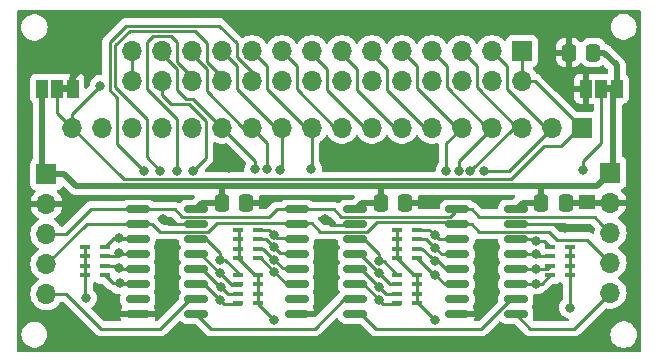
<source format=gbr>
%TF.GenerationSoftware,KiCad,Pcbnew,7.0.1*%
%TF.CreationDate,2023-05-21T17:22:54+09:00*%
%TF.ProjectId,joystick_74hc165_input_smd,6a6f7973-7469-4636-9b5f-373468633136,2*%
%TF.SameCoordinates,PX7e249a4PY6c1eee4*%
%TF.FileFunction,Copper,L1,Top*%
%TF.FilePolarity,Positive*%
%FSLAX46Y46*%
G04 Gerber Fmt 4.6, Leading zero omitted, Abs format (unit mm)*
G04 Created by KiCad (PCBNEW 7.0.1) date 2023-05-21 17:22:54*
%MOMM*%
%LPD*%
G01*
G04 APERTURE LIST*
G04 Aperture macros list*
%AMRoundRect*
0 Rectangle with rounded corners*
0 $1 Rounding radius*
0 $2 $3 $4 $5 $6 $7 $8 $9 X,Y pos of 4 corners*
0 Add a 4 corners polygon primitive as box body*
4,1,4,$2,$3,$4,$5,$6,$7,$8,$9,$2,$3,0*
0 Add four circle primitives for the rounded corners*
1,1,$1+$1,$2,$3*
1,1,$1+$1,$4,$5*
1,1,$1+$1,$6,$7*
1,1,$1+$1,$8,$9*
0 Add four rect primitives between the rounded corners*
20,1,$1+$1,$2,$3,$4,$5,0*
20,1,$1+$1,$4,$5,$6,$7,0*
20,1,$1+$1,$6,$7,$8,$9,0*
20,1,$1+$1,$8,$9,$2,$3,0*%
G04 Aperture macros list end*
%TA.AperFunction,ComponentPad*%
%ADD10R,1.700000X1.700000*%
%TD*%
%TA.AperFunction,ComponentPad*%
%ADD11O,1.700000X1.700000*%
%TD*%
%TA.AperFunction,SMDPad,CuDef*%
%ADD12R,0.900000X0.400000*%
%TD*%
%TA.AperFunction,SMDPad,CuDef*%
%ADD13RoundRect,0.250000X-0.337500X-0.475000X0.337500X-0.475000X0.337500X0.475000X-0.337500X0.475000X0*%
%TD*%
%TA.AperFunction,SMDPad,CuDef*%
%ADD14RoundRect,0.150000X-0.825000X-0.150000X0.825000X-0.150000X0.825000X0.150000X-0.825000X0.150000X0*%
%TD*%
%TA.AperFunction,SMDPad,CuDef*%
%ADD15R,1.000000X1.500000*%
%TD*%
%TA.AperFunction,SMDPad,CuDef*%
%ADD16RoundRect,0.250000X0.337500X0.475000X-0.337500X0.475000X-0.337500X-0.475000X0.337500X-0.475000X0*%
%TD*%
%TA.AperFunction,ViaPad*%
%ADD17C,0.800000*%
%TD*%
%TA.AperFunction,Conductor*%
%ADD18C,0.250000*%
%TD*%
%TA.AperFunction,Conductor*%
%ADD19C,0.500000*%
%TD*%
G04 APERTURE END LIST*
%TA.AperFunction,EtchedComponent*%
%TO.C,PULL1*%
G36*
X50620500Y22242500D02*
G01*
X50120500Y22242500D01*
X50120500Y22842500D01*
X50620500Y22842500D01*
X50620500Y22242500D01*
G37*
%TD.AperFunction*%
%TA.AperFunction,EtchedComponent*%
%TO.C,SHORT1*%
G36*
X4544900Y22242500D02*
G01*
X4044900Y22242500D01*
X4044900Y22842500D01*
X4544900Y22842500D01*
X4544900Y22242500D01*
G37*
%TD.AperFunction*%
%TD*%
D10*
%TO.P,OUT1,1,Pin_1*%
%TO.N,VCC*%
X50482500Y15430500D03*
D11*
%TO.P,OUT1,2,Pin_2*%
%TO.N,GND*%
X50482500Y12890500D03*
%TO.P,OUT1,3,Pin_3*%
%TO.N,/LOAD*%
X50482500Y10350500D03*
%TO.P,OUT1,4,Pin_4*%
%TO.N,/CLK*%
X50482500Y7810500D03*
%TO.P,OUT1,5,Pin_5*%
%TO.N,/D_OUT*%
X50482500Y5270500D03*
%TD*%
D10*
%TO.P,J2,1,Pin_1*%
%TO.N,/C_SHORT*%
X42989500Y25717500D03*
D11*
%TO.P,J2,2,Pin_2*%
X42989500Y23177500D03*
%TO.P,J2,3,Pin_3*%
%TO.N,/C_P1_UP*%
X40449500Y25717500D03*
%TO.P,J2,4,Pin_4*%
%TO.N,/C_P2_UP*%
X40449500Y23177500D03*
%TO.P,J2,5,Pin_5*%
%TO.N,/C_P1_DOWN*%
X37909500Y25717500D03*
%TO.P,J2,6,Pin_6*%
%TO.N,/C_P2_DOWN*%
X37909500Y23177500D03*
%TO.P,J2,7,Pin_7*%
%TO.N,/C_P1_LEFT*%
X35369500Y25717500D03*
%TO.P,J2,8,Pin_8*%
%TO.N,/C_P2_LEFT*%
X35369500Y23177500D03*
%TO.P,J2,9,Pin_9*%
%TO.N,/C_P1_RIGHT*%
X32829500Y25717500D03*
%TO.P,J2,10,Pin_10*%
%TO.N,/C_P2_RIGHT*%
X32829500Y23177500D03*
%TO.P,J2,11,Pin_11*%
%TO.N,/C_P1_START*%
X30289500Y25717500D03*
%TO.P,J2,12,Pin_12*%
%TO.N,/C_P2_START*%
X30289500Y23177500D03*
%TO.P,J2,13,Pin_13*%
%TO.N,/C_P1_SELECT*%
X27749500Y25717500D03*
%TO.P,J2,14,Pin_14*%
%TO.N,/C_P2_SELECT*%
X27749500Y23177500D03*
%TO.P,J2,15,Pin_15*%
%TO.N,/C_P1_A*%
X25209500Y25717500D03*
%TO.P,J2,16,Pin_16*%
%TO.N,/C_P2_A*%
X25209500Y23177500D03*
%TO.P,J2,17,Pin_17*%
%TO.N,/C_P1_B*%
X22669500Y25717500D03*
%TO.P,J2,18,Pin_18*%
%TO.N,/C_P2_B*%
X22669500Y23177500D03*
%TO.P,J2,19,Pin_19*%
%TO.N,/C_P1_X*%
X20129500Y25717500D03*
%TO.P,J2,20,Pin_20*%
%TO.N,/C_P2_X*%
X20129500Y23177500D03*
%TO.P,J2,21,Pin_21*%
%TO.N,/C_P1_Y*%
X17589500Y25717500D03*
%TO.P,J2,22,Pin_22*%
%TO.N,/C_P2_Y*%
X17589500Y23177500D03*
%TO.P,J2,23,Pin_23*%
%TO.N,/C_P1_L*%
X15049500Y25717500D03*
%TO.P,J2,24,Pin_24*%
%TO.N,/C_P2_L*%
X15049500Y23177500D03*
%TO.P,J2,25,Pin_25*%
%TO.N,/C_P1_R*%
X12509500Y25717500D03*
%TO.P,J2,26,Pin_26*%
%TO.N,/C_P2_R*%
X12509500Y23177500D03*
%TO.P,J2,27,Pin_27*%
%TO.N,/C_SHORT*%
X9969500Y25717500D03*
%TO.P,J2,28,Pin_28*%
X9969500Y23177500D03*
%TD*%
D12*
%TO.P,RN2,1,R1.1*%
%TO.N,/PULL*%
X47078000Y6737500D03*
%TO.P,RN2,2,R2.1*%
X47078000Y7537500D03*
%TO.P,RN2,3,R3.1*%
X47078000Y8337500D03*
%TO.P,RN2,4,R4.1*%
X47078000Y9137500D03*
%TO.P,RN2,5,R4.2*%
%TO.N,/C_P1_START*%
X45378000Y9137500D03*
%TO.P,RN2,6,R3.2*%
%TO.N,/C_P1_SELECT*%
X45378000Y8337500D03*
%TO.P,RN2,7,R2.2*%
%TO.N,/C_P1_A*%
X45378000Y7537500D03*
%TO.P,RN2,8,R1.2*%
%TO.N,/C_P1_B*%
X45378000Y6737500D03*
%TD*%
%TO.P,RN1,1,R1.1*%
%TO.N,/PULL*%
X32424000Y10598000D03*
%TO.P,RN1,2,R2.1*%
X32424000Y9798000D03*
%TO.P,RN1,3,R3.1*%
X32424000Y8998000D03*
%TO.P,RN1,4,R4.1*%
X32424000Y8198000D03*
%TO.P,RN1,5,R4.2*%
%TO.N,/C_P1_UP*%
X34124000Y8198000D03*
%TO.P,RN1,6,R3.2*%
%TO.N,/C_P1_DOWN*%
X34124000Y8998000D03*
%TO.P,RN1,7,R2.2*%
%TO.N,/C_P1_LEFT*%
X34124000Y9798000D03*
%TO.P,RN1,8,R1.2*%
%TO.N,/C_P1_RIGHT*%
X34124000Y10598000D03*
%TD*%
%TO.P,RN4,1,R1.1*%
%TO.N,/PULL*%
X34124000Y4388000D03*
%TO.P,RN4,2,R2.1*%
X34124000Y5188000D03*
%TO.P,RN4,3,R3.1*%
X34124000Y5988000D03*
%TO.P,RN4,4,R4.1*%
X34124000Y6788000D03*
%TO.P,RN4,5,R4.2*%
%TO.N,/C_P2_UP*%
X32424000Y6788000D03*
%TO.P,RN4,6,R3.2*%
%TO.N,/C_P2_DOWN*%
X32424000Y5988000D03*
%TO.P,RN4,7,R2.2*%
%TO.N,/C_P2_LEFT*%
X32424000Y5188000D03*
%TO.P,RN4,8,R1.2*%
%TO.N,/C_P2_RIGHT*%
X32424000Y4388000D03*
%TD*%
%TO.P,RN5,1,R1.1*%
%TO.N,/PULL*%
X6008000Y9137500D03*
%TO.P,RN5,2,R2.1*%
X6008000Y8337500D03*
%TO.P,RN5,3,R3.1*%
X6008000Y7537500D03*
%TO.P,RN5,4,R4.1*%
X6008000Y6737500D03*
%TO.P,RN5,5,R4.2*%
%TO.N,/C_P2_START*%
X7708000Y6737500D03*
%TO.P,RN5,6,R3.2*%
%TO.N,/C_P2_SELECT*%
X7708000Y7537500D03*
%TO.P,RN5,7,R2.2*%
%TO.N,/C_P2_A*%
X7708000Y8337500D03*
%TO.P,RN5,8,R1.2*%
%TO.N,/C_P2_B*%
X7708000Y9137500D03*
%TD*%
%TO.P,RN3,1,R1.1*%
%TO.N,/PULL*%
X18962000Y10598000D03*
%TO.P,RN3,2,R2.1*%
X18962000Y9798000D03*
%TO.P,RN3,3,R3.1*%
X18962000Y8998000D03*
%TO.P,RN3,4,R4.1*%
X18962000Y8198000D03*
%TO.P,RN3,5,R4.2*%
%TO.N,/C_P1_X*%
X20662000Y8198000D03*
%TO.P,RN3,6,R3.2*%
%TO.N,/C_P1_Y*%
X20662000Y8998000D03*
%TO.P,RN3,7,R2.2*%
%TO.N,/C_P1_L*%
X20662000Y9798000D03*
%TO.P,RN3,8,R1.2*%
%TO.N,/C_P1_R*%
X20662000Y10598000D03*
%TD*%
D10*
%TO.P,IN1,1,Pin_1*%
%TO.N,VCC*%
X2730500Y15303500D03*
D11*
%TO.P,IN1,2,Pin_2*%
%TO.N,GND*%
X2730500Y12763500D03*
%TO.P,IN1,3,Pin_3*%
%TO.N,/LOAD*%
X2730500Y10223500D03*
%TO.P,IN1,4,Pin_4*%
%TO.N,/CLK*%
X2730500Y7683500D03*
%TO.P,IN1,5,Pin_5*%
%TO.N,/D_IN*%
X2730500Y5143500D03*
%TD*%
D10*
%TO.P,J1,1,Pin_1*%
%TO.N,/C_SHORT*%
X48069500Y19240500D03*
D11*
%TO.P,J1,2,Pin_2*%
%TO.N,/C_P1_UP*%
X45529500Y19240500D03*
%TO.P,J1,3,Pin_3*%
%TO.N,/C_P1_DOWN*%
X42989500Y19240500D03*
%TO.P,J1,4,Pin_4*%
%TO.N,/C_P1_LEFT*%
X40449500Y19240500D03*
%TO.P,J1,5,Pin_5*%
%TO.N,/C_P1_RIGHT*%
X37909500Y19240500D03*
%TO.P,J1,6,Pin_6*%
%TO.N,/C_P1_START*%
X35369500Y19240500D03*
%TO.P,J1,7,Pin_7*%
%TO.N,/C_P1_SELECT*%
X32829500Y19240500D03*
%TO.P,J1,8,Pin_8*%
%TO.N,/C_P1_A*%
X30289500Y19240500D03*
%TO.P,J1,9,Pin_9*%
%TO.N,/C_P1_B*%
X27749500Y19240500D03*
%TO.P,J1,10,Pin_10*%
%TO.N,/C_P1_X*%
X25209500Y19240500D03*
%TO.P,J1,11,Pin_11*%
%TO.N,/C_P1_Y*%
X22669500Y19240500D03*
%TO.P,J1,12,Pin_12*%
%TO.N,/C_P1_L*%
X20129500Y19240500D03*
%TO.P,J1,13,Pin_13*%
%TO.N,/C_P1_R*%
X17589500Y19240500D03*
%TO.P,J1,14,Pin_14*%
%TO.N,/C_P2_UP*%
X15049500Y19240500D03*
%TO.P,J1,15,Pin_15*%
%TO.N,/C_P2_DOWN*%
X12509500Y19240500D03*
%TO.P,J1,16,Pin_16*%
%TO.N,/C_P2_LEFT*%
X9969500Y19240500D03*
%TO.P,J1,17,Pin_17*%
%TO.N,/C_P2_RIGHT*%
X7429500Y19240500D03*
%TO.P,J1,18,Pin_18*%
%TO.N,/C_SHORT*%
X4889500Y19240500D03*
%TD*%
D13*
%TO.P,C1,1*%
%TO.N,VCC*%
X44619000Y12890500D03*
%TO.P,C1,2*%
%TO.N,GND*%
X46694000Y12890500D03*
%TD*%
D14*
%TO.P,74HC165_1,1,~{PL}*%
%TO.N,/LOAD*%
X37530000Y12319000D03*
%TO.P,74HC165_1,2,CP*%
%TO.N,/CLK*%
X37530000Y11049000D03*
%TO.P,74HC165_1,3,D4*%
%TO.N,/C_P1_RIGHT*%
X37530000Y9779000D03*
%TO.P,74HC165_1,4,D5*%
%TO.N,/C_P1_LEFT*%
X37530000Y8509000D03*
%TO.P,74HC165_1,5,D6*%
%TO.N,/C_P1_DOWN*%
X37530000Y7239000D03*
%TO.P,74HC165_1,6,D7*%
%TO.N,/C_P1_UP*%
X37530000Y5969000D03*
%TO.P,74HC165_1,7,~{Q7}*%
%TO.N,unconnected-(74HC165_1-Pad7)*%
X37530000Y4699000D03*
%TO.P,74HC165_1,8,GND*%
%TO.N,GND*%
X37530000Y3429000D03*
%TO.P,74HC165_1,9,Q7*%
%TO.N,/D_OUT*%
X42480000Y3429000D03*
%TO.P,74HC165_1,10,DS*%
%TO.N,/D_OUT_2*%
X42480000Y4699000D03*
%TO.P,74HC165_1,11,D0*%
%TO.N,/C_P1_B*%
X42480000Y5969000D03*
%TO.P,74HC165_1,12,D1*%
%TO.N,/C_P1_A*%
X42480000Y7239000D03*
%TO.P,74HC165_1,13,D2*%
%TO.N,/C_P1_SELECT*%
X42480000Y8509000D03*
%TO.P,74HC165_1,14,D3*%
%TO.N,/C_P1_START*%
X42480000Y9779000D03*
%TO.P,74HC165_1,15,~{CE}*%
%TO.N,GND*%
X42480000Y11049000D03*
%TO.P,74HC165_1,16,VCC*%
%TO.N,VCC*%
X42480000Y12319000D03*
%TD*%
%TO.P,74HC165_2,1,~{PL}*%
%TO.N,/LOAD*%
X23941000Y12319000D03*
%TO.P,74HC165_2,2,CP*%
%TO.N,/CLK*%
X23941000Y11049000D03*
%TO.P,74HC165_2,3,D4*%
%TO.N,/C_P1_R*%
X23941000Y9779000D03*
%TO.P,74HC165_2,4,D5*%
%TO.N,/C_P1_L*%
X23941000Y8509000D03*
%TO.P,74HC165_2,5,D6*%
%TO.N,/C_P1_Y*%
X23941000Y7239000D03*
%TO.P,74HC165_2,6,D7*%
%TO.N,/C_P1_X*%
X23941000Y5969000D03*
%TO.P,74HC165_2,7,~{Q7}*%
%TO.N,unconnected-(74HC165_2-Pad7)*%
X23941000Y4699000D03*
%TO.P,74HC165_2,8,GND*%
%TO.N,GND*%
X23941000Y3429000D03*
%TO.P,74HC165_2,9,Q7*%
%TO.N,/D_OUT_2*%
X28891000Y3429000D03*
%TO.P,74HC165_2,10,DS*%
%TO.N,/D_OUT_3*%
X28891000Y4699000D03*
%TO.P,74HC165_2,11,D0*%
%TO.N,/C_P2_RIGHT*%
X28891000Y5969000D03*
%TO.P,74HC165_2,12,D1*%
%TO.N,/C_P2_LEFT*%
X28891000Y7239000D03*
%TO.P,74HC165_2,13,D2*%
%TO.N,/C_P2_DOWN*%
X28891000Y8509000D03*
%TO.P,74HC165_2,14,D3*%
%TO.N,/C_P2_UP*%
X28891000Y9779000D03*
%TO.P,74HC165_2,15,~{CE}*%
%TO.N,GND*%
X28891000Y11049000D03*
%TO.P,74HC165_2,16,VCC*%
%TO.N,VCC*%
X28891000Y12319000D03*
%TD*%
%TO.P,74HC165_3,1,~{PL}*%
%TO.N,/LOAD*%
X10479000Y12319000D03*
%TO.P,74HC165_3,2,CP*%
%TO.N,/CLK*%
X10479000Y11049000D03*
%TO.P,74HC165_3,3,D4*%
%TO.N,/C_P2_B*%
X10479000Y9779000D03*
%TO.P,74HC165_3,4,D5*%
%TO.N,/C_P2_A*%
X10479000Y8509000D03*
%TO.P,74HC165_3,5,D6*%
%TO.N,/C_P2_SELECT*%
X10479000Y7239000D03*
%TO.P,74HC165_3,6,D7*%
%TO.N,/C_P2_START*%
X10479000Y5969000D03*
%TO.P,74HC165_3,7,~{Q7}*%
%TO.N,unconnected-(74HC165_3-Pad7)*%
X10479000Y4699000D03*
%TO.P,74HC165_3,8,GND*%
%TO.N,GND*%
X10479000Y3429000D03*
%TO.P,74HC165_3,9,Q7*%
%TO.N,/D_OUT_3*%
X15429000Y3429000D03*
%TO.P,74HC165_3,10,DS*%
%TO.N,/D_IN*%
X15429000Y4699000D03*
%TO.P,74HC165_3,11,D0*%
%TO.N,/C_P2_R*%
X15429000Y5969000D03*
%TO.P,74HC165_3,12,D1*%
%TO.N,/C_P2_L*%
X15429000Y7239000D03*
%TO.P,74HC165_3,13,D2*%
%TO.N,/C_P2_Y*%
X15429000Y8509000D03*
%TO.P,74HC165_3,14,D3*%
%TO.N,/C_P2_X*%
X15429000Y9779000D03*
%TO.P,74HC165_3,15,~{CE}*%
%TO.N,GND*%
X15429000Y11049000D03*
%TO.P,74HC165_3,16,VCC*%
%TO.N,VCC*%
X15429000Y12319000D03*
%TD*%
D13*
%TO.P,C2,1*%
%TO.N,VCC*%
X31030000Y12890500D03*
%TO.P,C2,2*%
%TO.N,GND*%
X33105000Y12890500D03*
%TD*%
%TO.P,C3,1*%
%TO.N,VCC*%
X17568000Y12890500D03*
%TO.P,C3,2*%
%TO.N,GND*%
X19643000Y12890500D03*
%TD*%
D12*
%TO.P,RN6,1,R1.1*%
%TO.N,/PULL*%
X20662000Y4388000D03*
%TO.P,RN6,2,R2.1*%
X20662000Y5188000D03*
%TO.P,RN6,3,R3.1*%
X20662000Y5988000D03*
%TO.P,RN6,4,R4.1*%
X20662000Y6788000D03*
%TO.P,RN6,5,R4.2*%
%TO.N,/C_P2_X*%
X18962000Y6788000D03*
%TO.P,RN6,6,R3.2*%
%TO.N,/C_P2_Y*%
X18962000Y5988000D03*
%TO.P,RN6,7,R2.2*%
%TO.N,/C_P2_L*%
X18962000Y5188000D03*
%TO.P,RN6,8,R1.2*%
%TO.N,/C_P2_R*%
X18962000Y4388000D03*
%TD*%
D15*
%TO.P,PULL1,1,A*%
%TO.N,VCC*%
X51020500Y22542500D03*
%TO.P,PULL1,2,C*%
%TO.N,/PULL*%
X49720500Y22542500D03*
%TO.P,PULL1,3,B*%
%TO.N,GND*%
X48420500Y22542500D03*
%TD*%
D16*
%TO.P,C4,1*%
%TO.N,VCC*%
X49030800Y25590500D03*
%TO.P,C4,2*%
%TO.N,GND*%
X46955800Y25590500D03*
%TD*%
D15*
%TO.P,SHORT1,1,A*%
%TO.N,GND*%
X4944900Y22542500D03*
%TO.P,SHORT1,2,C*%
%TO.N,/C_SHORT*%
X3644900Y22542500D03*
%TO.P,SHORT1,3,B*%
%TO.N,VCC*%
X2344900Y22542500D03*
%TD*%
D17*
%TO.N,/PULL*%
X47053503Y4000497D03*
X22034500Y2947510D03*
X48196500Y15684500D03*
X6096012Y4826000D03*
X35623500Y2984500D03*
%TO.N,GND*%
X46672500Y10731500D03*
X26352500Y11493500D03*
X26416000Y6350000D03*
X32321500Y16065500D03*
X12954000Y6350000D03*
X39878000Y5842000D03*
X45148500Y4254500D03*
X21272500Y12890500D03*
X35115500Y13017500D03*
X18224500Y15811500D03*
X12636500Y11493500D03*
X6540500Y25082500D03*
%TO.N,/C_P1_START*%
X44223294Y9623315D03*
%TO.N,/C_P1_SELECT*%
X44189980Y8572520D03*
%TO.N,/C_P1_A*%
X44196004Y7302504D03*
%TO.N,/C_P1_B*%
X44196000Y6032500D03*
%TO.N,/C_P1_UP*%
X35623496Y6794500D03*
X39753211Y15587521D03*
%TO.N,/C_P1_DOWN*%
X35623498Y7937500D03*
X38636196Y15592804D03*
%TO.N,/C_P1_LEFT*%
X35623500Y9080500D03*
X37627986Y15609914D03*
%TO.N,/C_P1_RIGHT*%
X36593892Y15599281D03*
X35615350Y10113970D03*
%TO.N,/C_P1_X*%
X22034500Y7048500D03*
X25146000Y15748000D03*
%TO.N,/C_P1_Y*%
X22039160Y8069160D03*
X22542500Y15684520D03*
%TO.N,/C_P1_L*%
X21441069Y15715733D03*
X22039160Y9094480D03*
%TO.N,/C_P1_R*%
X22039160Y10119799D03*
X20400566Y15730917D03*
%TO.N,/C_P2_START*%
X8928100Y6057900D03*
%TO.N,/C_P2_SELECT*%
X8890000Y7366000D03*
%TO.N,/C_P2_A*%
X8890000Y8636000D03*
%TO.N,/C_P2_B*%
X8851900Y9867900D03*
%TO.N,/C_P2_UP*%
X30924500Y7937488D03*
%TO.N,/C_P2_DOWN*%
X30924500Y6921490D03*
%TO.N,/C_P2_LEFT*%
X30924500Y5778500D03*
%TO.N,/C_P2_RIGHT*%
X30924504Y4635500D03*
%TO.N,/C_P2_X*%
X17462500Y8064512D03*
X10985501Y15587521D03*
%TO.N,/C_P2_Y*%
X12382500Y15587521D03*
X17462500Y6921510D03*
%TO.N,/C_P2_L*%
X17480320Y5778510D03*
X13779500Y15587521D03*
%TO.N,/C_P2_R*%
X15176500Y15587521D03*
X17462494Y4635500D03*
%TO.N,/C_SHORT*%
X7302500Y22796500D03*
%TD*%
D18*
%TO.N,/PULL*%
X6008000Y9137500D02*
X6008000Y4914012D01*
X34124000Y6788000D02*
X34124000Y4484000D01*
X47078000Y4024994D02*
X47053503Y4000497D01*
X49720500Y17970500D02*
X49720500Y22542500D01*
X48196500Y16446500D02*
X49720500Y17970500D01*
X20372000Y6788000D02*
X20662000Y6788000D01*
X33834000Y6788000D02*
X32424000Y8198000D01*
X48196500Y15684500D02*
X48196500Y16446500D01*
X18962000Y10598000D02*
X19050000Y10510000D01*
X34124000Y6788000D02*
X33834000Y6788000D01*
X19050000Y10510000D02*
X19050000Y8286000D01*
X19050000Y8286000D02*
X18962000Y8198000D01*
X18962000Y8198000D02*
X20372000Y6788000D01*
X47078000Y9137500D02*
X47078000Y4024994D01*
X6008000Y4914012D02*
X6096012Y4826000D01*
X34124000Y4484000D02*
X35623500Y2984500D01*
X32424000Y8198000D02*
X32424000Y10598000D01*
X20662000Y6788000D02*
X20662000Y4320010D01*
X20662000Y4320010D02*
X22034500Y2947510D01*
D19*
%TO.N,VCC*%
X49339500Y14287500D02*
X29908500Y14287500D01*
X29462500Y12890500D02*
X31030000Y12890500D01*
X50736500Y15684500D02*
X50736500Y22258500D01*
X28891000Y12319000D02*
X29462500Y12890500D01*
X49945200Y25590500D02*
X49030800Y25590500D01*
X15429000Y12319000D02*
X15429000Y12381000D01*
X17568000Y12890500D02*
X17568000Y14182000D01*
X50482500Y15430500D02*
X49339500Y14287500D01*
X31030000Y12890500D02*
X31030000Y14266000D01*
X51020500Y22542500D02*
X51020500Y24515200D01*
X15429000Y12381000D02*
X15938500Y12890500D01*
X44619000Y12890500D02*
X44619000Y14266000D01*
X2730500Y15303500D02*
X4254500Y15303500D01*
X5270500Y14287500D02*
X17462500Y14287500D01*
X44619000Y12890500D02*
X43051500Y12890500D01*
X17568000Y14182000D02*
X17462500Y14287500D01*
X15938500Y12890500D02*
X17568000Y12890500D01*
X43051500Y12890500D02*
X42480000Y12319000D01*
X50482500Y15430500D02*
X50736500Y15684500D01*
X29908500Y14287500D02*
X30162500Y14287500D01*
X51020500Y24515200D02*
X49945200Y25590500D01*
X2319500Y15714500D02*
X2319500Y22542500D01*
X31030000Y14266000D02*
X31051500Y14287500D01*
X17462500Y14287500D02*
X29908500Y14287500D01*
X50736500Y22258500D02*
X51020500Y22542500D01*
X30162500Y14287500D02*
X31051500Y14287500D01*
X4254500Y15303500D02*
X5270500Y14287500D01*
X2730500Y15303500D02*
X2319500Y15714500D01*
%TO.N,GND*%
X4919500Y22542500D02*
X4919500Y23461500D01*
D18*
X28827500Y10985500D02*
X26860500Y10985500D01*
D19*
X4919500Y23461500D02*
X6540500Y25082500D01*
D18*
X46355000Y11049000D02*
X46672500Y10731500D01*
X15429000Y11049000D02*
X13081000Y11049000D01*
X26752499Y11093501D02*
X26352500Y11493500D01*
X42480000Y11049000D02*
X46355000Y11049000D01*
X26860500Y10985500D02*
X26752499Y11093501D01*
D19*
X28827500Y10985500D02*
X28891000Y11049000D01*
D18*
X13081000Y11049000D02*
X12636500Y11493500D01*
%TO.N,/D_IN*%
X7332040Y2222500D02*
X12382500Y2222500D01*
X14859000Y4699000D02*
X15429000Y4699000D01*
X4411040Y5143500D02*
X7332040Y2222500D01*
X2730500Y5143500D02*
X4411040Y5143500D01*
X12382500Y2222500D02*
X14859000Y4699000D01*
%TO.N,/D_OUT*%
X47434500Y2222500D02*
X50482500Y5270500D01*
X42480000Y3429000D02*
X43686500Y2222500D01*
X43686500Y2222500D02*
X47434500Y2222500D01*
%TO.N,/LOAD*%
X14214010Y11693990D02*
X21599990Y11693990D01*
X4381500Y10223500D02*
X2730500Y10223500D01*
X22225000Y12319000D02*
X22860000Y12319000D01*
X37230000Y12019000D02*
X37530000Y12319000D01*
X10644100Y12382500D02*
X6540500Y12382500D01*
X23941000Y12319000D02*
X27051000Y12319000D01*
X27051000Y12319000D02*
X27676010Y11693990D01*
X39360010Y11693990D02*
X49139010Y11693990D01*
X37530000Y12319000D02*
X38735000Y12319000D01*
X13589000Y12319000D02*
X14214010Y11693990D01*
X22860000Y12319000D02*
X23941000Y12319000D01*
X49139010Y11693990D02*
X49632501Y11200499D01*
X36904990Y11693990D02*
X37230000Y12019000D01*
X49632501Y11200499D02*
X50482500Y10350500D01*
X6540500Y12382500D02*
X4381500Y10223500D01*
X38735000Y12319000D02*
X39360010Y11693990D01*
X10479000Y12319000D02*
X13589000Y12319000D01*
X27676010Y11693990D02*
X36904990Y11693990D01*
X21599990Y11693990D02*
X22225000Y12319000D01*
%TO.N,/CLK*%
X37530000Y11049000D02*
X38768116Y11049000D01*
X23814000Y11176000D02*
X17202768Y11176000D01*
X16430778Y10404010D02*
X12328990Y10404010D01*
X37530000Y11049000D02*
X37335021Y11243979D01*
X38768116Y11049000D02*
X39393126Y10423990D01*
X48540502Y9752498D02*
X50482500Y7810500D01*
X45972000Y9752498D02*
X48540502Y9752498D01*
X23941000Y11049000D02*
X23814000Y11176000D01*
X10415500Y11112500D02*
X10479000Y11049000D01*
X6159500Y11112500D02*
X2730500Y7683500D01*
X12328990Y10404010D02*
X11684000Y11049000D01*
X39393126Y10423990D02*
X45300508Y10423990D01*
X30752727Y11243979D02*
X29912758Y10404010D01*
X11684000Y11049000D02*
X10479000Y11049000D01*
X29912758Y10404010D02*
X25917990Y10404010D01*
X25917990Y10404010D02*
X25184100Y11137900D01*
X17202768Y11176000D02*
X16430778Y10404010D01*
X45300508Y10423990D02*
X45972000Y9752498D01*
X25184100Y11137900D02*
X23852100Y11137900D01*
X37335021Y11243979D02*
X30752727Y11243979D01*
X7429500Y11112500D02*
X10415500Y11112500D01*
X7429500Y11112500D02*
X6159500Y11112500D01*
%TO.N,/C_P1_START*%
X44892185Y9623315D02*
X44223294Y9623315D01*
X42480000Y9779000D02*
X44067609Y9779000D01*
X45378000Y9137500D02*
X44892185Y9623315D01*
X35496500Y19240500D02*
X34773498Y19240500D01*
X31559500Y22454498D02*
X31559500Y24193500D01*
X31559500Y24193500D02*
X30289500Y25463500D01*
X34773498Y19240500D02*
X31559500Y22454498D01*
X44067609Y9779000D02*
X44223294Y9623315D01*
%TO.N,/C_P1_SELECT*%
X44189960Y8572500D02*
X44189980Y8572520D01*
X32956500Y19240500D02*
X32233498Y19240500D01*
X44425000Y8337500D02*
X44189980Y8572520D01*
X29019500Y24193500D02*
X27749500Y25463500D01*
X45378000Y8337500D02*
X44425000Y8337500D01*
X42213300Y8572500D02*
X44189960Y8572500D01*
X32233498Y19240500D02*
X29019500Y22454498D01*
X29019500Y22454498D02*
X29019500Y24193500D01*
%TO.N,/C_P1_A*%
X44132500Y7239000D02*
X44196004Y7302504D01*
X26479500Y24193500D02*
X25209500Y25463500D01*
X45143004Y7302504D02*
X45378000Y7537500D01*
X42480000Y7239000D02*
X44132500Y7239000D01*
X30416500Y19240500D02*
X29693498Y19240500D01*
X44196004Y7302504D02*
X45143004Y7302504D01*
X29693498Y19240500D02*
X26479500Y22454498D01*
X26479500Y22454498D02*
X26479500Y24193500D01*
%TO.N,/C_P1_B*%
X23939500Y22498499D02*
X23939500Y24447500D01*
X44132500Y5969000D02*
X44196000Y6032500D01*
X23939500Y24447500D02*
X22669500Y25717500D01*
X27749500Y19240500D02*
X27197499Y19240500D01*
X42480000Y5969000D02*
X44132500Y5969000D01*
X45378000Y6737500D02*
X44673000Y6032500D01*
X44673000Y6032500D02*
X44196000Y6032500D01*
X27197499Y19240500D02*
X23939500Y22498499D01*
%TO.N,/C_P1_UP*%
X45529500Y19240500D02*
X45021500Y19240500D01*
X41876521Y15587521D02*
X39753211Y15587521D01*
X36448996Y5969000D02*
X35623496Y6794500D01*
X41719500Y22542500D02*
X41719500Y24447500D01*
X41719500Y24447500D02*
X40449500Y25717500D01*
X37530000Y5969000D02*
X36448996Y5969000D01*
X35527500Y6794500D02*
X35623496Y6794500D01*
X45529500Y19240500D02*
X41876521Y15587521D01*
X45021500Y19240500D02*
X41719500Y22542500D01*
X34124000Y8198000D02*
X35527500Y6794500D01*
%TO.N,/C_P1_DOWN*%
X42283892Y19240500D02*
X38636196Y15592804D01*
X42524055Y19240500D02*
X42283892Y19240500D01*
X35223499Y8337499D02*
X35623498Y7937500D01*
X34124000Y8998000D02*
X34562998Y8998000D01*
X42608500Y19240500D02*
X39179500Y22669500D01*
X42787619Y19240500D02*
X42524055Y19240500D01*
X35856500Y7937500D02*
X35623498Y7937500D01*
X39179500Y24447500D02*
X37909500Y25717500D01*
X36555000Y7239000D02*
X35856500Y7937500D01*
X42787619Y19240500D02*
X42989500Y19240500D01*
X42989500Y19240500D02*
X42608500Y19240500D01*
X39179500Y22669500D02*
X39179500Y24447500D01*
X34562998Y8998000D02*
X35223499Y8337499D01*
X37530000Y7239000D02*
X36555000Y7239000D01*
X42524055Y19240500D02*
X42989500Y19240500D01*
%TO.N,/C_P1_LEFT*%
X37627986Y16418986D02*
X37627986Y15609914D01*
X37530000Y8509000D02*
X36195000Y8509000D01*
X34124000Y9798000D02*
X34906000Y9798000D01*
X40068500Y19240500D02*
X36639500Y22669500D01*
X40449500Y19240500D02*
X40068500Y19240500D01*
X36195000Y8509000D02*
X35623500Y9080500D01*
X36639500Y24447500D02*
X35369500Y25717500D01*
X34906000Y9798000D02*
X35623500Y9080500D01*
X40449500Y19240500D02*
X37627986Y16418986D01*
X36639500Y22669500D02*
X36639500Y24447500D01*
%TO.N,/C_P1_RIGHT*%
X32829500Y25717500D02*
X34099500Y24447500D01*
X36593892Y17924892D02*
X36593892Y15599281D01*
X35131320Y10598000D02*
X35615350Y10113970D01*
X34124000Y10598000D02*
X35131320Y10598000D01*
X37530000Y9779000D02*
X35950320Y9779000D01*
X37484499Y19240500D02*
X37909500Y19240500D01*
X34099500Y24447500D02*
X34099500Y22625499D01*
X37909500Y19240500D02*
X36593892Y17924892D01*
X34099500Y22625499D02*
X37484499Y19240500D01*
X35950320Y9779000D02*
X35615350Y10113970D01*
%TO.N,/C_P1_X*%
X25209500Y19240500D02*
X24701500Y19240500D01*
X24701500Y19240500D02*
X21399500Y22542500D01*
X23941000Y5969000D02*
X23114000Y5969000D01*
X25209500Y19240500D02*
X25209500Y15811500D01*
X23114000Y5969000D02*
X22034500Y7048500D01*
X21399500Y24447500D02*
X20129500Y25717500D01*
X21399500Y22542500D02*
X21399500Y24447500D01*
X20916000Y8198000D02*
X20916000Y8167000D01*
X20916000Y8167000D02*
X22034500Y7048500D01*
X25209500Y15811500D02*
X25146000Y15748000D01*
%TO.N,/C_P1_Y*%
X22161500Y19240500D02*
X18859500Y22542500D01*
X22780420Y7327900D02*
X22039160Y8069160D01*
X18859500Y24447500D02*
X17589500Y25717500D01*
X18859500Y22542500D02*
X18859500Y24447500D01*
X20916000Y8998000D02*
X21110320Y8998000D01*
X22669500Y19240500D02*
X22161500Y19240500D01*
X21110320Y8998000D02*
X22039160Y8069160D01*
X22669500Y15811520D02*
X22542500Y15684520D01*
X24233100Y7327900D02*
X22780420Y7327900D01*
X22669500Y19240500D02*
X22669500Y15811520D01*
%TO.N,/C_P1_L*%
X20129500Y19240500D02*
X21441069Y17928931D01*
X20916000Y9798000D02*
X21335640Y9798000D01*
X20129500Y19240500D02*
X19391688Y19240500D01*
X19391688Y19240500D02*
X16319500Y22312688D01*
X16319500Y22312688D02*
X16319500Y24193500D01*
X21441069Y17928931D02*
X21441069Y15715733D01*
X24233100Y8597900D02*
X22535740Y8597900D01*
X21335640Y9798000D02*
X22039160Y9094480D01*
X22535740Y8597900D02*
X22039160Y9094480D01*
X16319500Y24193500D02*
X15049500Y25463500D01*
%TO.N,/C_P1_R*%
X17589500Y19240500D02*
X15176500Y21653500D01*
X17589500Y19240500D02*
X20400566Y16429434D01*
X21560959Y10598000D02*
X22039160Y10119799D01*
X13779500Y22454498D02*
X13779500Y24193500D01*
X13779500Y24193500D02*
X12509500Y25463500D01*
X20916000Y10598000D02*
X21560959Y10598000D01*
X14580498Y21653500D02*
X13779500Y22454498D01*
X22291059Y9867900D02*
X22039160Y10119799D01*
X20400566Y16429434D02*
X20400566Y15730917D01*
X15176500Y21653500D02*
X14580498Y21653500D01*
X24233100Y9867900D02*
X22291059Y9867900D01*
%TO.N,/C_P2_START*%
X7708000Y6737500D02*
X8387600Y6057900D01*
X10669500Y6032500D02*
X8953500Y6032500D01*
X8953500Y6032500D02*
X8928100Y6057900D01*
X8387600Y6057900D02*
X10669500Y6057900D01*
%TO.N,/C_P2_SELECT*%
X8718500Y7537500D02*
X8890000Y7366000D01*
X9017000Y7239000D02*
X8890000Y7366000D01*
X7708000Y7537500D02*
X8718500Y7537500D01*
X10479000Y7239000D02*
X9017000Y7239000D01*
%TO.N,/C_P2_A*%
X10669500Y8572500D02*
X8953500Y8572500D01*
X8591500Y8337500D02*
X8890000Y8636000D01*
X8953500Y8572500D02*
X8890000Y8636000D01*
X7708000Y8337500D02*
X8591500Y8337500D01*
X10409100Y8337500D02*
X10669500Y8597900D01*
%TO.N,/C_P2_B*%
X7708000Y9137500D02*
X8438400Y9867900D01*
X8877300Y9842500D02*
X8851900Y9867900D01*
X10669500Y9842500D02*
X8877300Y9842500D01*
X8438400Y9867900D02*
X10669500Y9867900D01*
%TO.N,/C_P2_UP*%
X30924500Y8503173D02*
X29648673Y9779000D01*
X29648673Y9779000D02*
X28891000Y9779000D01*
X31274512Y7937488D02*
X30924500Y7937488D01*
X30924500Y7937488D02*
X30924500Y8503173D01*
X32424000Y6788000D02*
X31274512Y7937488D01*
%TO.N,/C_P2_DOWN*%
X30859510Y6921490D02*
X30924500Y6921490D01*
X29183100Y8597900D02*
X30859510Y6921490D01*
X32424000Y5988000D02*
X31857990Y5988000D01*
X31857990Y5988000D02*
X30924500Y6921490D01*
%TO.N,/C_P2_LEFT*%
X31515000Y5188000D02*
X30924500Y5778500D01*
X28891000Y7239000D02*
X29406998Y7239000D01*
X29406998Y7239000D02*
X30867498Y5778500D01*
X32424000Y5188000D02*
X31515000Y5188000D01*
X30867498Y5778500D02*
X30924500Y5778500D01*
%TO.N,/C_P2_RIGHT*%
X31235504Y4324500D02*
X30924504Y4635500D01*
X29183100Y6057900D02*
X29502104Y6057900D01*
X32678000Y4324500D02*
X31235504Y4324500D01*
X29502104Y6057900D02*
X30924504Y4635500D01*
%TO.N,/C_P2_X*%
X8699500Y21780500D02*
X8699500Y17873522D01*
X8699500Y17873522D02*
X10985501Y15587521D01*
X8091001Y26507412D02*
X8091001Y22388999D01*
X17348478Y27887522D02*
X9471111Y27887522D01*
X19216000Y6724500D02*
X17875988Y8064512D01*
X18859500Y26376500D02*
X17348478Y27887522D01*
X8091001Y22388999D02*
X8699500Y21780500D01*
X17875988Y8064512D02*
X17462500Y8064512D01*
X18859500Y25248498D02*
X18859500Y26376500D01*
X9471111Y27887522D02*
X8091001Y26507412D01*
X17462500Y8630197D02*
X17462500Y8064512D01*
X16250197Y9842500D02*
X17462500Y8630197D01*
X20129500Y23177500D02*
X20129500Y23978498D01*
X20129500Y23978498D02*
X18859500Y25248498D01*
X15619500Y9842500D02*
X16250197Y9842500D01*
%TO.N,/C_P2_Y*%
X16319500Y24829910D02*
X16319500Y26376500D01*
X17405486Y6921510D02*
X17462500Y6921510D01*
X19216000Y5924500D02*
X18459510Y5924500D01*
X15754496Y8572500D02*
X17405486Y6921510D01*
X17862499Y6521511D02*
X17462500Y6921510D01*
X16319500Y26376500D02*
X15269511Y27426489D01*
X15619500Y8572500D02*
X15754496Y8572500D01*
X13457900Y27437511D02*
X9784511Y27437511D01*
X8572500Y26225500D02*
X8572500Y22669500D01*
X15269511Y27426489D02*
X13468922Y27426489D01*
X9784511Y27437511D02*
X8572500Y26225500D01*
X13468922Y27426489D02*
X13457900Y27437511D01*
X18459510Y5924500D02*
X17862499Y6521511D01*
X11239500Y16730521D02*
X12382500Y15587521D01*
X11239500Y20002500D02*
X11239500Y16730521D01*
X8572500Y22669500D02*
X11239500Y20002500D01*
X17589500Y23177500D02*
X17589500Y23559910D01*
X17589500Y23559910D02*
X16319500Y24829910D01*
%TO.N,/C_P2_L*%
X13271500Y26987500D02*
X11747500Y26987500D01*
X11239500Y22512254D02*
X13779500Y19972254D01*
X13779500Y26479500D02*
X13271500Y26987500D01*
X17405486Y5778510D02*
X17480320Y5778510D01*
X15619500Y7302500D02*
X15881496Y7302500D01*
X15049500Y23559910D02*
X13779500Y24829910D01*
X11239500Y26479500D02*
X11239500Y22512254D01*
X13779500Y24829910D02*
X13779500Y26479500D01*
X15049500Y23177500D02*
X15049500Y23559910D01*
X19216000Y5124500D02*
X18134330Y5124500D01*
X18134330Y5124500D02*
X17480320Y5778510D01*
X11747500Y26987500D02*
X11239500Y26479500D01*
X15881496Y7302500D02*
X17405486Y5778510D01*
X13779500Y19972254D02*
X13779500Y15587521D01*
%TO.N,/C_P2_R*%
X16224501Y19804501D02*
X16224501Y16635522D01*
X19216000Y4324500D02*
X17773494Y4324500D01*
X14825512Y21203490D02*
X16224501Y19804501D01*
X12509500Y23177500D02*
X12509500Y21975419D01*
X12509500Y21975419D02*
X13281429Y21203490D01*
X17773494Y4324500D02*
X17462494Y4635500D01*
X13281429Y21203490D02*
X14825512Y21203490D01*
X16224501Y16635522D02*
X15176500Y15587521D01*
X15619500Y6032500D02*
X16065494Y6032500D01*
X16065494Y6032500D02*
X17462494Y4635500D01*
%TO.N,/C_SHORT*%
X4889500Y19240500D02*
X4889500Y20383500D01*
X44132500Y23177500D02*
X48069500Y19240500D01*
X48196500Y19240500D02*
X47815500Y19240500D01*
X9969500Y25463500D02*
X9969500Y22923500D01*
X42040511Y14862511D02*
X9267489Y14862511D01*
X47815500Y19240500D02*
X46291500Y17716500D01*
X9267489Y14862511D02*
X4889500Y19240500D01*
X3619500Y20510500D02*
X4889500Y19240500D01*
X42989500Y23177500D02*
X44132500Y23177500D01*
X42989500Y25717500D02*
X42989500Y23177500D01*
X3619500Y22542500D02*
X3619500Y20510500D01*
X46291500Y17716500D02*
X44894500Y17716500D01*
X4889500Y20383500D02*
X7302500Y22796500D01*
X44894500Y17716500D02*
X42040511Y14862511D01*
%TO.N,/D_OUT_2*%
X42480000Y4699000D02*
X42037000Y4699000D01*
X42037000Y4699000D02*
X39560500Y2222500D01*
X30605500Y2222500D02*
X29335500Y3492500D01*
X39560500Y2222500D02*
X30605500Y2222500D01*
%TO.N,/D_OUT_3*%
X15729000Y3129000D02*
X15429000Y3429000D01*
X28891000Y4699000D02*
X27916000Y4699000D01*
X27916000Y4699000D02*
X25439500Y2222500D01*
X16635500Y2222500D02*
X15729000Y3129000D01*
X25439500Y2222500D02*
X16635500Y2222500D01*
%TD*%
%TA.AperFunction,Conductor*%
%TO.N,GND*%
G36*
X46303505Y6145219D02*
G01*
X46381796Y6086611D01*
X46381797Y6086611D01*
X46394009Y6077469D01*
X46431172Y6033001D01*
X46444500Y5976601D01*
X46444500Y4730228D01*
X46436131Y4685073D01*
X46412137Y4645921D01*
X46376729Y4606594D01*
X46314461Y4537440D01*
X46218975Y4372054D01*
X46159961Y4190427D01*
X46139999Y4000497D01*
X46159961Y3810568D01*
X46218975Y3628941D01*
X46314461Y3463555D01*
X46314463Y3463553D01*
X46442250Y3321631D01*
X46596751Y3209379D01*
X46771215Y3131703D01*
X46895683Y3105247D01*
X46950476Y3078521D01*
X46986310Y3029200D01*
X46994795Y2968829D01*
X46973944Y2911542D01*
X46928638Y2870749D01*
X46869485Y2856000D01*
X44035652Y2856000D01*
X43979333Y2869287D01*
X43934892Y2906347D01*
X43911702Y2959362D01*
X43914655Y3017153D01*
X43953912Y3152280D01*
X43960562Y3175169D01*
X43963500Y3212498D01*
X43963500Y3645502D01*
X43960562Y3682831D01*
X43914145Y3842601D01*
X43829453Y3985807D01*
X43829452Y3985808D01*
X43821350Y3999508D01*
X43824942Y4001633D01*
X43807759Y4031331D01*
X43807759Y4096669D01*
X43824942Y4126368D01*
X43821350Y4128492D01*
X43832375Y4147134D01*
X43914145Y4285399D01*
X43960562Y4445169D01*
X43963500Y4482498D01*
X43963500Y4915502D01*
X43960562Y4952831D01*
X43957085Y4964800D01*
X43955487Y5029046D01*
X43985782Y5085724D01*
X44040088Y5120088D01*
X44087270Y5122375D01*
X44087270Y5124000D01*
X44291485Y5124000D01*
X44291487Y5124000D01*
X44478288Y5163706D01*
X44652752Y5241382D01*
X44807253Y5353634D01*
X44854175Y5405748D01*
X44912660Y5442435D01*
X44926593Y5446482D01*
X44944039Y5456801D01*
X44961780Y5465491D01*
X44980617Y5472948D01*
X45016392Y5498942D01*
X45026303Y5505452D01*
X45064362Y5527958D01*
X45078691Y5542288D01*
X45093719Y5555123D01*
X45110107Y5567028D01*
X45138298Y5601107D01*
X45146268Y5609866D01*
X45528499Y5992096D01*
X45569377Y6019409D01*
X45617595Y6029000D01*
X45876638Y6029000D01*
X45937201Y6035511D01*
X46074204Y6086611D01*
X46152492Y6145218D01*
X46201216Y6167469D01*
X46254783Y6167470D01*
X46303505Y6145219D01*
G37*
%TD.AperFunction*%
%TA.AperFunction,Conductor*%
G36*
X39170817Y9827022D02*
G01*
X39177683Y9825259D01*
X39196385Y9818856D01*
X39214981Y9810809D01*
X39258656Y9803892D01*
X39270251Y9801492D01*
X39313096Y9790490D01*
X39333350Y9790490D01*
X39353060Y9788939D01*
X39373068Y9785770D01*
X39373068Y9785771D01*
X39373069Y9785770D01*
X39417087Y9789932D01*
X39428945Y9790490D01*
X40870500Y9790490D01*
X40933500Y9773609D01*
X40979619Y9727490D01*
X40996500Y9664490D01*
X40996500Y9562503D01*
X40999438Y9525167D01*
X41045854Y9365401D01*
X41138650Y9208492D01*
X41135069Y9206375D01*
X41152209Y9176785D01*
X41152302Y9111562D01*
X41135072Y9081624D01*
X41138650Y9079508D01*
X41045854Y8922600D01*
X40999438Y8762834D01*
X40999438Y8762831D01*
X40997445Y8737500D01*
X40996500Y8725497D01*
X40996500Y8292503D01*
X40999438Y8255167D01*
X41036931Y8126116D01*
X41045855Y8095399D01*
X41081652Y8034869D01*
X41138650Y7938492D01*
X41135071Y7936376D01*
X41152256Y7906611D01*
X41152256Y7841389D01*
X41135071Y7811625D01*
X41138650Y7809508D01*
X41045854Y7652600D01*
X40999438Y7492834D01*
X40999438Y7492831D01*
X40996786Y7459128D01*
X40996500Y7455497D01*
X40996500Y7022503D01*
X40999438Y6985167D01*
X41045854Y6825401D01*
X41138650Y6668492D01*
X41135069Y6666375D01*
X41152209Y6636785D01*
X41152302Y6571562D01*
X41135072Y6541624D01*
X41138650Y6539508D01*
X41045854Y6382600D01*
X40999438Y6222834D01*
X40999438Y6222831D01*
X40996500Y6185502D01*
X40996500Y5752498D01*
X40998456Y5727640D01*
X40999438Y5715167D01*
X41045854Y5555401D01*
X41045855Y5555399D01*
X41126292Y5419387D01*
X41138650Y5398492D01*
X41135071Y5396376D01*
X41152256Y5366611D01*
X41152256Y5301389D01*
X41135071Y5271625D01*
X41138650Y5269508D01*
X41045854Y5112600D01*
X40999438Y4952834D01*
X40999438Y4952831D01*
X40996786Y4919128D01*
X40996500Y4915497D01*
X40996500Y4606594D01*
X40986909Y4558376D01*
X40959595Y4517499D01*
X39335000Y2892905D01*
X39294123Y2865591D01*
X39245905Y2856000D01*
X39085130Y2856000D01*
X39028811Y2869287D01*
X38984369Y2906347D01*
X38961180Y2959363D01*
X38964133Y3017154D01*
X39009993Y3175000D01*
X37402000Y3175000D01*
X37339000Y3191881D01*
X37292881Y3238000D01*
X37276000Y3301000D01*
X37276000Y3557000D01*
X37292881Y3620000D01*
X37339000Y3666119D01*
X37402000Y3683000D01*
X39009992Y3683000D01*
X38963681Y3842400D01*
X38870952Y3999199D01*
X38874548Y4001326D01*
X38857383Y4031065D01*
X38857406Y4096316D01*
X38874821Y4126439D01*
X38871350Y4128492D01*
X38882375Y4147134D01*
X38964145Y4285399D01*
X39010562Y4445169D01*
X39013500Y4482498D01*
X39013500Y4915502D01*
X39010562Y4952831D01*
X38964145Y5112601D01*
X38879453Y5255807D01*
X38879452Y5255808D01*
X38871350Y5269508D01*
X38874942Y5271633D01*
X38857759Y5301331D01*
X38857759Y5366669D01*
X38874942Y5396368D01*
X38871350Y5398492D01*
X38879453Y5412193D01*
X38964145Y5555399D01*
X39010562Y5715169D01*
X39013500Y5752498D01*
X39013500Y6185502D01*
X39010562Y6222831D01*
X38964145Y6382601D01*
X38879453Y6525807D01*
X38879452Y6525808D01*
X38871350Y6539508D01*
X38874941Y6541632D01*
X38857713Y6571505D01*
X38857805Y6636842D01*
X38874944Y6666367D01*
X38871350Y6668492D01*
X38879453Y6682193D01*
X38964145Y6825399D01*
X39010562Y6985169D01*
X39013500Y7022498D01*
X39013500Y7455502D01*
X39010562Y7492831D01*
X38964145Y7652601D01*
X38879453Y7795807D01*
X38879452Y7795808D01*
X38871350Y7809508D01*
X38874942Y7811633D01*
X38857759Y7841331D01*
X38857759Y7906669D01*
X38874942Y7936368D01*
X38871350Y7938492D01*
X38896806Y7981536D01*
X38964145Y8095399D01*
X39010562Y8255169D01*
X39013500Y8292498D01*
X39013500Y8725502D01*
X39010562Y8762831D01*
X38964145Y8922601D01*
X38879453Y9065807D01*
X38879452Y9065808D01*
X38871350Y9079508D01*
X38874941Y9081632D01*
X38857713Y9111505D01*
X38857805Y9176842D01*
X38874944Y9206367D01*
X38871350Y9208492D01*
X38879453Y9222193D01*
X38964145Y9365399D01*
X39010562Y9525169D01*
X39013500Y9562498D01*
X39013500Y9704975D01*
X39026347Y9760403D01*
X39062267Y9804529D01*
X39113936Y9828354D01*
X39170817Y9827022D01*
G37*
%TD.AperFunction*%
%TA.AperFunction,Conductor*%
G36*
X12138541Y9796154D02*
G01*
X12150845Y9790829D01*
X12194520Y9783912D01*
X12206115Y9781512D01*
X12248960Y9770510D01*
X12269214Y9770510D01*
X12288924Y9768959D01*
X12308932Y9765790D01*
X12308932Y9765791D01*
X12308933Y9765790D01*
X12352951Y9769952D01*
X12364809Y9770510D01*
X13819500Y9770510D01*
X13882500Y9753629D01*
X13928619Y9707510D01*
X13945500Y9644510D01*
X13945500Y9562503D01*
X13948438Y9525167D01*
X13994854Y9365401D01*
X14087650Y9208492D01*
X14084071Y9206376D01*
X14101256Y9176611D01*
X14101256Y9111389D01*
X14084071Y9081625D01*
X14087650Y9079508D01*
X13994854Y8922600D01*
X13948438Y8762834D01*
X13948438Y8762831D01*
X13946445Y8737500D01*
X13945500Y8725497D01*
X13945500Y8292503D01*
X13948438Y8255167D01*
X13985931Y8126116D01*
X13994855Y8095399D01*
X14030652Y8034869D01*
X14087650Y7938492D01*
X14084071Y7936376D01*
X14101256Y7906611D01*
X14101256Y7841389D01*
X14084071Y7811625D01*
X14087650Y7809508D01*
X13994854Y7652600D01*
X13948438Y7492834D01*
X13948438Y7492831D01*
X13945786Y7459128D01*
X13945500Y7455497D01*
X13945500Y7022503D01*
X13948438Y6985167D01*
X13994854Y6825401D01*
X14087650Y6668492D01*
X14084069Y6666375D01*
X14101209Y6636785D01*
X14101302Y6571562D01*
X14084072Y6541624D01*
X14087650Y6539508D01*
X13994854Y6382600D01*
X13948438Y6222834D01*
X13948438Y6222831D01*
X13945500Y6185502D01*
X13945500Y5752498D01*
X13947456Y5727640D01*
X13948438Y5715167D01*
X13994854Y5555401D01*
X13994855Y5555399D01*
X14075292Y5419387D01*
X14087650Y5398492D01*
X14084071Y5396376D01*
X14101256Y5366611D01*
X14101256Y5301389D01*
X14084071Y5271625D01*
X14087650Y5269508D01*
X13994854Y5112600D01*
X13948438Y4952834D01*
X13948438Y4952831D01*
X13945786Y4919128D01*
X13945500Y4915497D01*
X13945500Y4733594D01*
X13935909Y4685376D01*
X13908595Y4644499D01*
X12157000Y2892905D01*
X12116123Y2865591D01*
X12067905Y2856000D01*
X12034130Y2856000D01*
X11977811Y2869287D01*
X11933369Y2906347D01*
X11910180Y2959363D01*
X11913133Y3017154D01*
X11958993Y3175000D01*
X8999007Y3175000D01*
X9044867Y3017154D01*
X9047820Y2959363D01*
X9024631Y2906347D01*
X8980189Y2869287D01*
X8923870Y2856000D01*
X7646634Y2856000D01*
X7598416Y2865591D01*
X7557539Y2892905D01*
X6577614Y3872830D01*
X6548497Y3918314D01*
X6541097Y3971811D01*
X6556775Y4023492D01*
X6592644Y4063858D01*
X6707265Y4147134D01*
X6835052Y4289056D01*
X6930539Y4454444D01*
X6989554Y4636072D01*
X7009516Y4826000D01*
X6989554Y5015928D01*
X6937151Y5177207D01*
X6930539Y5197557D01*
X6835053Y5362943D01*
X6707265Y5504866D01*
X6702555Y5508288D01*
X6693439Y5514912D01*
X6655233Y5559644D01*
X6641500Y5616847D01*
X6641500Y5976601D01*
X6654827Y6033000D01*
X6691990Y6077469D01*
X6704200Y6086610D01*
X6704204Y6086611D01*
X6782497Y6145221D01*
X6831215Y6167469D01*
X6884783Y6167469D01*
X6933505Y6145219D01*
X7011796Y6086611D01*
X7148799Y6035511D01*
X7209362Y6029000D01*
X7468406Y6029000D01*
X7516624Y6019409D01*
X7557501Y5992095D01*
X7880351Y5669245D01*
X7893435Y5652915D01*
X7945266Y5604243D01*
X7948109Y5601487D01*
X7967830Y5581766D01*
X7971018Y5579293D01*
X7980044Y5571584D01*
X7988105Y5564015D01*
X8012279Y5541314D01*
X8030032Y5531554D01*
X8046555Y5520700D01*
X8054020Y5514910D01*
X8062560Y5508286D01*
X8103139Y5490726D01*
X8113788Y5485509D01*
X8152535Y5464207D01*
X8152537Y5464207D01*
X8152540Y5464205D01*
X8172174Y5459164D01*
X8190859Y5452766D01*
X8209455Y5444719D01*
X8221656Y5442787D01*
X8262068Y5429070D01*
X8295583Y5402650D01*
X8316847Y5379034D01*
X8471348Y5266782D01*
X8645812Y5189106D01*
X8832613Y5149400D01*
X8832615Y5149400D01*
X8887730Y5149400D01*
X8944049Y5136113D01*
X8988490Y5099053D01*
X9011680Y5046037D01*
X9008727Y4988247D01*
X8998438Y4952834D01*
X8998438Y4952831D01*
X8995786Y4919128D01*
X8995500Y4915497D01*
X8995500Y4482503D01*
X8998438Y4445167D01*
X9044854Y4285401D01*
X9044855Y4285399D01*
X9126624Y4147135D01*
X9137650Y4128492D01*
X9134189Y4126446D01*
X9151591Y4096324D01*
X9151644Y4031167D01*
X9134464Y4001319D01*
X9138048Y3999199D01*
X9045318Y3842400D01*
X8999007Y3683000D01*
X11958992Y3683000D01*
X11912681Y3842400D01*
X11819952Y3999199D01*
X11823548Y4001326D01*
X11806383Y4031065D01*
X11806406Y4096316D01*
X11823821Y4126439D01*
X11820350Y4128492D01*
X11831375Y4147134D01*
X11913145Y4285399D01*
X11959562Y4445169D01*
X11962500Y4482498D01*
X11962500Y4915502D01*
X11959562Y4952831D01*
X11913145Y5112601D01*
X11828453Y5255807D01*
X11828452Y5255808D01*
X11820350Y5269508D01*
X11823942Y5271633D01*
X11806759Y5301331D01*
X11806759Y5366669D01*
X11823942Y5396368D01*
X11820350Y5398492D01*
X11828453Y5412193D01*
X11913145Y5555399D01*
X11959562Y5715169D01*
X11962500Y5752498D01*
X11962500Y6185502D01*
X11959562Y6222831D01*
X11913145Y6382601D01*
X11828453Y6525807D01*
X11828452Y6525808D01*
X11820350Y6539508D01*
X11823941Y6541632D01*
X11806713Y6571505D01*
X11806805Y6636842D01*
X11823944Y6666367D01*
X11820350Y6668492D01*
X11828453Y6682193D01*
X11913145Y6825399D01*
X11959562Y6985169D01*
X11962500Y7022498D01*
X11962500Y7455502D01*
X11959562Y7492831D01*
X11913145Y7652601D01*
X11828453Y7795807D01*
X11828452Y7795808D01*
X11820350Y7809508D01*
X11823942Y7811633D01*
X11806759Y7841331D01*
X11806759Y7906669D01*
X11823942Y7936368D01*
X11820350Y7938492D01*
X11845806Y7981536D01*
X11913145Y8095399D01*
X11959562Y8255169D01*
X11962500Y8292498D01*
X11962500Y8725502D01*
X11959562Y8762831D01*
X11913145Y8922601D01*
X11828453Y9065807D01*
X11828452Y9065808D01*
X11820350Y9079508D01*
X11823942Y9081633D01*
X11806759Y9111331D01*
X11806759Y9176669D01*
X11823942Y9206368D01*
X11820350Y9208492D01*
X11828453Y9222193D01*
X11913145Y9365399D01*
X11959562Y9525169D01*
X11962500Y9562498D01*
X11962500Y9680517D01*
X11977612Y9740350D01*
X12019324Y9785829D01*
X12077630Y9806047D01*
X12138541Y9796154D01*
G37*
%TD.AperFunction*%
%TA.AperFunction,Conductor*%
G36*
X25600539Y9851113D02*
G01*
X25627400Y9839489D01*
X25633517Y9836842D01*
X25644178Y9831619D01*
X25682925Y9810317D01*
X25682927Y9810317D01*
X25682930Y9810315D01*
X25702564Y9805274D01*
X25721249Y9798876D01*
X25739845Y9790829D01*
X25783520Y9783912D01*
X25795115Y9781512D01*
X25837960Y9770510D01*
X25858214Y9770510D01*
X25877924Y9768959D01*
X25897932Y9765790D01*
X25897932Y9765791D01*
X25897933Y9765790D01*
X25941951Y9769952D01*
X25953809Y9770510D01*
X27281500Y9770510D01*
X27344500Y9753629D01*
X27390619Y9707510D01*
X27407500Y9644510D01*
X27407500Y9562503D01*
X27410438Y9525167D01*
X27456854Y9365401D01*
X27549650Y9208492D01*
X27546071Y9206376D01*
X27563256Y9176611D01*
X27563256Y9111389D01*
X27546071Y9081625D01*
X27549650Y9079508D01*
X27456854Y8922600D01*
X27410438Y8762834D01*
X27410438Y8762831D01*
X27408445Y8737500D01*
X27407500Y8725497D01*
X27407500Y8292503D01*
X27410438Y8255167D01*
X27447931Y8126116D01*
X27456855Y8095399D01*
X27492652Y8034869D01*
X27549650Y7938492D01*
X27546071Y7936376D01*
X27563256Y7906611D01*
X27563256Y7841389D01*
X27546071Y7811625D01*
X27549650Y7809508D01*
X27456854Y7652600D01*
X27410438Y7492834D01*
X27410438Y7492831D01*
X27407786Y7459128D01*
X27407500Y7455497D01*
X27407500Y7022503D01*
X27410438Y6985167D01*
X27456854Y6825401D01*
X27549650Y6668492D01*
X27546069Y6666375D01*
X27563209Y6636785D01*
X27563302Y6571562D01*
X27546072Y6541624D01*
X27549650Y6539508D01*
X27456854Y6382600D01*
X27410438Y6222834D01*
X27410438Y6222831D01*
X27407500Y6185502D01*
X27407500Y5752498D01*
X27409456Y5727640D01*
X27410438Y5715167D01*
X27456854Y5555401D01*
X27456855Y5555399D01*
X27537292Y5419387D01*
X27549650Y5398492D01*
X27546077Y5396380D01*
X27563240Y5366669D01*
X27563286Y5301504D01*
X27546078Y5271617D01*
X27549649Y5269505D01*
X27541548Y5255809D01*
X27541547Y5255807D01*
X27534292Y5243539D01*
X27507319Y5197933D01*
X27488461Y5177207D01*
X27489036Y5176732D01*
X27450700Y5130395D01*
X27442713Y5121619D01*
X25532999Y3211905D01*
X25492122Y3184591D01*
X25443904Y3175000D01*
X23813000Y3175000D01*
X23750000Y3191881D01*
X23703881Y3238000D01*
X23687000Y3301000D01*
X23687000Y3557000D01*
X23703881Y3620000D01*
X23750000Y3666119D01*
X23813000Y3683000D01*
X25420992Y3683000D01*
X25374681Y3842400D01*
X25281952Y3999199D01*
X25285548Y4001326D01*
X25268383Y4031065D01*
X25268406Y4096316D01*
X25285821Y4126439D01*
X25282350Y4128492D01*
X25293375Y4147134D01*
X25375145Y4285399D01*
X25421562Y4445169D01*
X25424500Y4482498D01*
X25424500Y4915502D01*
X25421562Y4952831D01*
X25375145Y5112601D01*
X25290453Y5255807D01*
X25290452Y5255808D01*
X25282350Y5269508D01*
X25285942Y5271633D01*
X25268759Y5301331D01*
X25268759Y5366669D01*
X25285942Y5396368D01*
X25282350Y5398492D01*
X25290453Y5412193D01*
X25375145Y5555399D01*
X25421562Y5715169D01*
X25424500Y5752498D01*
X25424500Y6185502D01*
X25421562Y6222831D01*
X25375145Y6382601D01*
X25290453Y6525807D01*
X25290452Y6525808D01*
X25282350Y6539508D01*
X25285941Y6541632D01*
X25268713Y6571505D01*
X25268805Y6636842D01*
X25285944Y6666367D01*
X25282350Y6668492D01*
X25290453Y6682193D01*
X25375145Y6825399D01*
X25421562Y6985169D01*
X25424500Y7022498D01*
X25424500Y7455502D01*
X25421562Y7492831D01*
X25375145Y7652601D01*
X25290453Y7795807D01*
X25290452Y7795808D01*
X25282350Y7809508D01*
X25285942Y7811633D01*
X25268759Y7841331D01*
X25268759Y7906669D01*
X25285942Y7936368D01*
X25282350Y7938492D01*
X25307806Y7981536D01*
X25375145Y8095399D01*
X25421562Y8255169D01*
X25424500Y8292498D01*
X25424500Y8725502D01*
X25421562Y8762831D01*
X25375145Y8922601D01*
X25290453Y9065807D01*
X25290452Y9065808D01*
X25282350Y9079508D01*
X25285942Y9081633D01*
X25268759Y9111331D01*
X25268759Y9176669D01*
X25285942Y9206368D01*
X25282350Y9208492D01*
X25290453Y9222193D01*
X25375145Y9365399D01*
X25421562Y9525169D01*
X25424500Y9562498D01*
X25424500Y9735475D01*
X25439612Y9795307D01*
X25481323Y9840787D01*
X25539628Y9861005D01*
X25600539Y9851113D01*
G37*
%TD.AperFunction*%
%TA.AperFunction,Conductor*%
G36*
X48872634Y11050899D02*
G01*
X48913511Y11023585D01*
X49132632Y10804464D01*
X49165016Y10748819D01*
X49165682Y10684440D01*
X49146954Y10610479D01*
X49137936Y10574868D01*
X49129992Y10479000D01*
X49119945Y10357760D01*
X49095198Y10292596D01*
X49039595Y10250560D01*
X48970153Y10244516D01*
X48931400Y10264382D01*
X48929770Y10261417D01*
X48898069Y10278845D01*
X48881543Y10289701D01*
X48865543Y10302112D01*
X48824968Y10319670D01*
X48814306Y10324894D01*
X48775565Y10346193D01*
X48758787Y10350500D01*
X48755939Y10351232D01*
X48737233Y10357636D01*
X48736946Y10357760D01*
X48718647Y10365679D01*
X48674976Y10372597D01*
X48663355Y10375003D01*
X48620532Y10385998D01*
X48620531Y10385998D01*
X48600278Y10385998D01*
X48580568Y10387549D01*
X48560559Y10390719D01*
X48516541Y10386557D01*
X48504683Y10385998D01*
X46286594Y10385998D01*
X46238376Y10395589D01*
X46197499Y10422903D01*
X45807756Y10812646D01*
X45794678Y10828970D01*
X45780121Y10842640D01*
X45747557Y10892555D01*
X45741576Y10951852D01*
X45763515Y11007264D01*
X45808467Y11046395D01*
X45866374Y11060490D01*
X48824416Y11060490D01*
X48872634Y11050899D01*
G37*
%TD.AperFunction*%
%TA.AperFunction,Conductor*%
G36*
X26784624Y11675909D02*
G01*
X26825501Y11648595D01*
X27168761Y11305335D01*
X27181845Y11289005D01*
X27217672Y11255361D01*
X27250237Y11205446D01*
X27256218Y11146149D01*
X27234279Y11090736D01*
X27189327Y11051605D01*
X27131420Y11037510D01*
X26232585Y11037510D01*
X26184367Y11047101D01*
X26143490Y11074415D01*
X25747500Y11470405D01*
X25716762Y11520564D01*
X25712146Y11579211D01*
X25734659Y11633561D01*
X25779392Y11671767D01*
X25836595Y11685500D01*
X26736406Y11685500D01*
X26784624Y11675909D01*
G37*
%TD.AperFunction*%
%TA.AperFunction,Conductor*%
G36*
X13322624Y11675909D02*
G01*
X13363501Y11648595D01*
X13706761Y11305335D01*
X13719845Y11289005D01*
X13755672Y11255361D01*
X13788237Y11205446D01*
X13794218Y11146149D01*
X13772279Y11090736D01*
X13727327Y11051605D01*
X13669420Y11037510D01*
X12643585Y11037510D01*
X12595367Y11047101D01*
X12554489Y11074415D01*
X12373543Y11255361D01*
X12191242Y11437663D01*
X12178169Y11453981D01*
X12163613Y11467650D01*
X12131049Y11517565D01*
X12125068Y11576861D01*
X12147007Y11632274D01*
X12191959Y11671405D01*
X12249866Y11685500D01*
X13274406Y11685500D01*
X13322624Y11675909D01*
G37*
%TD.AperFunction*%
%TA.AperFunction,Conductor*%
G36*
X42370330Y13515267D02*
G01*
X42415063Y13477061D01*
X42437576Y13422711D01*
X42432960Y13364064D01*
X42402223Y13313905D01*
X42252724Y13164405D01*
X42211846Y13137091D01*
X42163628Y13127500D01*
X41588498Y13127500D01*
X41565167Y13125664D01*
X41551166Y13124562D01*
X41391400Y13078146D01*
X41248189Y12993451D01*
X41130549Y12875811D01*
X41045854Y12732600D01*
X40999438Y12572834D01*
X40996500Y12535497D01*
X40996500Y12453490D01*
X40979619Y12390490D01*
X40933500Y12344371D01*
X40870500Y12327490D01*
X39674605Y12327490D01*
X39626387Y12337081D01*
X39585509Y12364395D01*
X39414407Y12535497D01*
X39242242Y12707663D01*
X39229169Y12723981D01*
X39210386Y12741619D01*
X39177347Y12772645D01*
X39174536Y12775369D01*
X39154770Y12795135D01*
X39151575Y12797614D01*
X39142553Y12805319D01*
X39110320Y12835587D01*
X39092567Y12845347D01*
X39076041Y12856203D01*
X39060041Y12868614D01*
X39019466Y12886172D01*
X39008804Y12891396D01*
X38970063Y12912695D01*
X38956313Y12916225D01*
X38950437Y12917734D01*
X38931731Y12924138D01*
X38913145Y12932181D01*
X38869475Y12939098D01*
X38857850Y12941506D01*
X38831905Y12948168D01*
X38774147Y12981114D01*
X38761810Y12993451D01*
X38749089Y13000974D01*
X38618601Y13078145D01*
X38618600Y13078146D01*
X38618599Y13078146D01*
X38458833Y13124562D01*
X38448165Y13125402D01*
X38421502Y13127500D01*
X36638498Y13127500D01*
X36615167Y13125664D01*
X36601166Y13124562D01*
X36441400Y13078146D01*
X36298189Y12993451D01*
X36180549Y12875811D01*
X36095854Y12732600D01*
X36049438Y12572834D01*
X36046500Y12535497D01*
X36046500Y12453490D01*
X36029619Y12390490D01*
X35983500Y12344371D01*
X35920500Y12327490D01*
X34326500Y12327490D01*
X34263500Y12344371D01*
X34217381Y12390490D01*
X34200500Y12453490D01*
X34200500Y12636500D01*
X32977000Y12636500D01*
X32914000Y12653381D01*
X32867881Y12699500D01*
X32851000Y12762500D01*
X32851000Y13018500D01*
X32867881Y13081500D01*
X32914000Y13127619D01*
X32977000Y13144500D01*
X34200500Y13144500D01*
X34200500Y13403000D01*
X34217381Y13466000D01*
X34263500Y13512119D01*
X34326500Y13529000D01*
X42313127Y13529000D01*
X42370330Y13515267D01*
G37*
%TD.AperFunction*%
%TA.AperFunction,Conductor*%
G36*
X28781330Y13515267D02*
G01*
X28826063Y13477061D01*
X28848576Y13422711D01*
X28843960Y13364064D01*
X28813223Y13313905D01*
X28663724Y13164405D01*
X28622846Y13137091D01*
X28574628Y13127500D01*
X27999498Y13127500D01*
X27976167Y13125664D01*
X27962166Y13124562D01*
X27802400Y13078146D01*
X27659192Y12993453D01*
X27543745Y12878006D01*
X27492330Y12846868D01*
X27432339Y12843093D01*
X27377426Y12867541D01*
X27376044Y12868613D01*
X27335466Y12886172D01*
X27324804Y12891396D01*
X27286063Y12912695D01*
X27272313Y12916225D01*
X27266437Y12917734D01*
X27247731Y12924138D01*
X27229145Y12932181D01*
X27185475Y12939098D01*
X27173853Y12941505D01*
X27131030Y12952500D01*
X27131029Y12952500D01*
X27110776Y12952500D01*
X27091066Y12954051D01*
X27071057Y12957221D01*
X27027039Y12953059D01*
X27015181Y12952500D01*
X25265951Y12952500D01*
X25217733Y12962091D01*
X25176856Y12989405D01*
X25172810Y12993451D01*
X25160089Y13000974D01*
X25029601Y13078145D01*
X25029600Y13078146D01*
X25029599Y13078146D01*
X24869833Y13124562D01*
X24859165Y13125402D01*
X24832502Y13127500D01*
X23049498Y13127500D01*
X23026167Y13125664D01*
X23012166Y13124562D01*
X22852400Y13078146D01*
X22709189Y12993451D01*
X22705144Y12989405D01*
X22664267Y12962091D01*
X22616049Y12952500D01*
X22308854Y12952500D01*
X22288064Y12954796D01*
X22217002Y12952562D01*
X22213044Y12952500D01*
X22185142Y12952500D01*
X22181134Y12951994D01*
X22169313Y12951064D01*
X22125109Y12949675D01*
X22105653Y12944022D01*
X22086301Y12940014D01*
X22066200Y12937474D01*
X22025094Y12921200D01*
X22013870Y12917357D01*
X21971405Y12905019D01*
X21953960Y12894703D01*
X21936217Y12886011D01*
X21917384Y12878554D01*
X21881616Y12852567D01*
X21871697Y12846051D01*
X21833636Y12823542D01*
X21819311Y12809217D01*
X21804284Y12796383D01*
X21787894Y12784475D01*
X21759701Y12750396D01*
X21751714Y12741620D01*
X21374487Y12364393D01*
X21333613Y12337081D01*
X21285395Y12327490D01*
X20864500Y12327490D01*
X20801500Y12344371D01*
X20755381Y12390490D01*
X20738500Y12453490D01*
X20738500Y12636500D01*
X19515000Y12636500D01*
X19452000Y12653381D01*
X19405881Y12699500D01*
X19389000Y12762500D01*
X19389000Y13018500D01*
X19405881Y13081500D01*
X19452000Y13127619D01*
X19515000Y13144500D01*
X20738500Y13144500D01*
X20738500Y13403000D01*
X20755381Y13466000D01*
X20801500Y13512119D01*
X20864500Y13529000D01*
X28724127Y13529000D01*
X28781330Y13515267D01*
G37*
%TD.AperFunction*%
%TA.AperFunction,Conductor*%
G36*
X34159469Y18581042D02*
G01*
X34204981Y18539146D01*
X34293778Y18403232D01*
X34446262Y18237592D01*
X34623921Y18099313D01*
X34623924Y18099311D01*
X34821926Y17992158D01*
X35034865Y17919056D01*
X35256931Y17882000D01*
X35482066Y17882000D01*
X35482069Y17882000D01*
X35704135Y17919056D01*
X35793479Y17949728D01*
X35852558Y17955239D01*
X35907608Y17933100D01*
X35946421Y17888221D01*
X35960392Y17830555D01*
X35960392Y16301806D01*
X35952023Y16256652D01*
X35928028Y16217496D01*
X35926458Y16215751D01*
X35854850Y16136224D01*
X35759364Y15970838D01*
X35700350Y15789211D01*
X35700349Y15789209D01*
X35700350Y15789209D01*
X35684162Y15635182D01*
X35681393Y15608840D01*
X35660542Y15551553D01*
X35615236Y15510760D01*
X35556083Y15496011D01*
X26172956Y15496011D01*
X26106186Y15515157D01*
X26059708Y15566776D01*
X26047646Y15635182D01*
X26050354Y15660947D01*
X26059504Y15748000D01*
X26039542Y15937928D01*
X25986078Y16102473D01*
X25980527Y16119557D01*
X25885041Y16284943D01*
X25875365Y16295689D01*
X25851369Y16334846D01*
X25843000Y16380001D01*
X25843000Y17963579D01*
X25860759Y18028076D01*
X25909028Y18074392D01*
X25955076Y18099311D01*
X26132740Y18237594D01*
X26285222Y18403232D01*
X26374018Y18539146D01*
X26419531Y18581042D01*
X26479500Y18596228D01*
X26539469Y18581042D01*
X26584981Y18539146D01*
X26673778Y18403232D01*
X26826262Y18237592D01*
X27003921Y18099313D01*
X27003924Y18099311D01*
X27201926Y17992158D01*
X27414865Y17919056D01*
X27636931Y17882000D01*
X27862066Y17882000D01*
X27862069Y17882000D01*
X28084135Y17919056D01*
X28297074Y17992158D01*
X28495076Y18099311D01*
X28672740Y18237594D01*
X28825222Y18403232D01*
X28914018Y18539146D01*
X28959531Y18581042D01*
X29019500Y18596228D01*
X29079469Y18581042D01*
X29124981Y18539146D01*
X29213778Y18403232D01*
X29366262Y18237592D01*
X29543921Y18099313D01*
X29543924Y18099311D01*
X29741926Y17992158D01*
X29954865Y17919056D01*
X30176931Y17882000D01*
X30402066Y17882000D01*
X30402069Y17882000D01*
X30624135Y17919056D01*
X30837074Y17992158D01*
X31035076Y18099311D01*
X31212740Y18237594D01*
X31365222Y18403232D01*
X31454018Y18539146D01*
X31499531Y18581042D01*
X31559500Y18596228D01*
X31619469Y18581042D01*
X31664981Y18539146D01*
X31753778Y18403232D01*
X31906262Y18237592D01*
X32083921Y18099313D01*
X32083924Y18099311D01*
X32281926Y17992158D01*
X32494865Y17919056D01*
X32716931Y17882000D01*
X32942066Y17882000D01*
X32942069Y17882000D01*
X33164135Y17919056D01*
X33377074Y17992158D01*
X33575076Y18099311D01*
X33752740Y18237594D01*
X33905222Y18403232D01*
X33994018Y18539146D01*
X34039531Y18581042D01*
X34099500Y18596228D01*
X34159469Y18581042D01*
G37*
%TD.AperFunction*%
%TA.AperFunction,Conductor*%
G36*
X17031541Y17994063D02*
G01*
X17032051Y17995548D01*
X17041926Y17992158D01*
X17254865Y17919056D01*
X17476931Y17882000D01*
X17702066Y17882000D01*
X17702069Y17882000D01*
X17924135Y17919056D01*
X17924137Y17919057D01*
X17934434Y17920775D01*
X17934954Y17917654D01*
X17986720Y17920337D01*
X18047424Y17886672D01*
X19594884Y16339212D01*
X19624190Y16293211D01*
X19631310Y16239135D01*
X19614908Y16187117D01*
X19566038Y16102474D01*
X19507024Y15920847D01*
X19487062Y15730917D01*
X19497124Y15635181D01*
X19485062Y15566776D01*
X19438584Y15515157D01*
X19371814Y15496011D01*
X16285083Y15496011D01*
X16227880Y15509744D01*
X16183147Y15547950D01*
X16160634Y15602300D01*
X16165250Y15660947D01*
X16195985Y15711104D01*
X16613163Y16128282D01*
X16629481Y16141353D01*
X16631515Y16143521D01*
X16631519Y16143522D01*
X16678178Y16193211D01*
X16680869Y16195988D01*
X16700635Y16215752D01*
X16703106Y16218939D01*
X16710813Y16227963D01*
X16741087Y16260201D01*
X16750844Y16277952D01*
X16761700Y16294479D01*
X16774114Y16310481D01*
X16791673Y16351061D01*
X16796893Y16361713D01*
X16810221Y16385957D01*
X16818196Y16400462D01*
X16823233Y16420083D01*
X16829639Y16438792D01*
X16837222Y16456315D01*
X16837682Y16457377D01*
X16844597Y16501045D01*
X16847005Y16512669D01*
X16850609Y16526704D01*
X16858001Y16555492D01*
X16858001Y16575746D01*
X16859552Y16595456D01*
X16862721Y16615465D01*
X16858560Y16659483D01*
X16858001Y16671341D01*
X16858001Y17880238D01*
X16874451Y17942485D01*
X16919504Y17988479D01*
X16981398Y18006211D01*
X17031541Y17994063D01*
G37*
%TD.AperFunction*%
%TA.AperFunction,Conductor*%
G36*
X53023000Y29193119D02*
G01*
X53069119Y29147000D01*
X53086000Y29084000D01*
X53086000Y380000D01*
X53069119Y317000D01*
X53023000Y270881D01*
X52960000Y254000D01*
X380000Y254000D01*
X317000Y270881D01*
X270881Y317000D01*
X254000Y380000D01*
X254000Y1714500D01*
X618324Y1714500D01*
X636988Y1513078D01*
X636988Y1513075D01*
X636989Y1513074D01*
X692346Y1318514D01*
X782510Y1137440D01*
X782512Y1137438D01*
X904416Y976011D01*
X1053906Y839733D01*
X1225892Y733243D01*
X1414517Y660170D01*
X1613358Y623000D01*
X1815640Y623000D01*
X1815642Y623000D01*
X2014483Y660170D01*
X2203108Y733243D01*
X2375094Y839733D01*
X2524584Y976011D01*
X2646488Y1137438D01*
X2736654Y1318516D01*
X2792012Y1513078D01*
X2810676Y1714500D01*
X2792012Y1915922D01*
X2736654Y2110484D01*
X2736653Y2110487D01*
X2646489Y2291561D01*
X2554459Y2413428D01*
X2524584Y2452989D01*
X2375094Y2589267D01*
X2248588Y2667597D01*
X2203109Y2695757D01*
X2014483Y2768830D01*
X1815642Y2806000D01*
X1613358Y2806000D01*
X1480797Y2781220D01*
X1414516Y2768830D01*
X1225890Y2695757D01*
X1053907Y2589268D01*
X904415Y2452988D01*
X782510Y2291561D01*
X692346Y2110487D01*
X638629Y1921690D01*
X636988Y1915922D01*
X618324Y1714500D01*
X254000Y1714500D01*
X254000Y21743862D01*
X1336400Y21743862D01*
X1342911Y21683300D01*
X1394011Y21546295D01*
X1481637Y21429240D01*
X1510508Y21407628D01*
X1547672Y21363159D01*
X1561000Y21306759D01*
X1561000Y16612592D01*
X1547673Y16556193D01*
X1527322Y16531843D01*
X1528095Y16531264D01*
X1429611Y16399706D01*
X1387441Y16286644D01*
X1378511Y16262701D01*
X1372000Y16202138D01*
X1372000Y14404862D01*
X1378511Y14344299D01*
X1401628Y14282320D01*
X1429611Y14207295D01*
X1517238Y14090239D01*
X1634294Y14002612D01*
X1634295Y14002612D01*
X1634296Y14002611D01*
X1749814Y13959525D01*
X1800146Y13924963D01*
X1828321Y13870793D01*
X1827719Y13809737D01*
X1798482Y13756133D01*
X1655176Y13600460D01*
X1532080Y13412049D01*
X1441677Y13205952D01*
X1393955Y13017501D01*
X1393956Y13017500D01*
X4067044Y13017500D01*
X4067044Y13017501D01*
X4019322Y13205952D01*
X3928919Y13412049D01*
X3805821Y13600463D01*
X3662518Y13756133D01*
X3633280Y13809737D01*
X3632678Y13870793D01*
X3660853Y13924963D01*
X3711183Y13959524D01*
X3826704Y14002611D01*
X3943761Y14090239D01*
X3973235Y14129611D01*
X4042246Y14221798D01*
X4042587Y14221543D01*
X4065414Y14254422D01*
X4121143Y14282320D01*
X4183426Y14280096D01*
X4237024Y14248295D01*
X4688592Y13796727D01*
X4700560Y13782880D01*
X4715030Y13763443D01*
X4715031Y13763442D01*
X4753368Y13731274D01*
X4761465Y13723854D01*
X4765399Y13719920D01*
X4789938Y13700518D01*
X4792781Y13698202D01*
X4851880Y13648612D01*
X4868389Y13638096D01*
X4869593Y13637535D01*
X4869595Y13637533D01*
X4938286Y13605502D01*
X4941578Y13603909D01*
X5009312Y13569891D01*
X5009314Y13569891D01*
X5010508Y13569291D01*
X5028990Y13562867D01*
X5030291Y13562599D01*
X5030294Y13562597D01*
X5104578Y13547259D01*
X5108130Y13546471D01*
X5181844Y13529000D01*
X5181846Y13529000D01*
X5183141Y13528693D01*
X5202614Y13526703D01*
X5203939Y13526742D01*
X5203942Y13526741D01*
X5277977Y13528896D01*
X5279759Y13528947D01*
X5283423Y13529000D01*
X15200127Y13529000D01*
X15257330Y13515267D01*
X15302063Y13477061D01*
X15324576Y13422711D01*
X15319960Y13364064D01*
X15289223Y13313905D01*
X15139724Y13164405D01*
X15098846Y13137091D01*
X15050628Y13127500D01*
X14537498Y13127500D01*
X14514167Y13125664D01*
X14500166Y13124562D01*
X14340400Y13078146D01*
X14197192Y12993453D01*
X14081745Y12878006D01*
X14030330Y12846868D01*
X13970339Y12843093D01*
X13915426Y12867541D01*
X13914044Y12868613D01*
X13873466Y12886172D01*
X13862804Y12891396D01*
X13824063Y12912695D01*
X13810313Y12916225D01*
X13804437Y12917734D01*
X13785731Y12924138D01*
X13767145Y12932181D01*
X13723475Y12939098D01*
X13711853Y12941505D01*
X13669030Y12952500D01*
X13669029Y12952500D01*
X13648776Y12952500D01*
X13629066Y12954051D01*
X13609057Y12957221D01*
X13565039Y12953059D01*
X13553181Y12952500D01*
X11803951Y12952500D01*
X11755733Y12962091D01*
X11714856Y12989405D01*
X11710810Y12993451D01*
X11698089Y13000974D01*
X11567601Y13078145D01*
X11567600Y13078146D01*
X11567599Y13078146D01*
X11407833Y13124562D01*
X11397165Y13125402D01*
X11370502Y13127500D01*
X9587498Y13127500D01*
X9564167Y13125664D01*
X9550166Y13124562D01*
X9390397Y13078145D01*
X9314988Y13033547D01*
X9250849Y13016000D01*
X6624353Y13016000D01*
X6603564Y13018296D01*
X6532514Y13016062D01*
X6528555Y13016000D01*
X6500639Y13016000D01*
X6496623Y13015493D01*
X6484804Y13014563D01*
X6440611Y13013174D01*
X6421158Y13007522D01*
X6401804Y13003514D01*
X6381705Y13000975D01*
X6367590Y12995387D01*
X6340591Y12984698D01*
X6329374Y12980857D01*
X6286907Y12968518D01*
X6269464Y12958203D01*
X6251717Y12949510D01*
X6232884Y12942054D01*
X6197111Y12916063D01*
X6187193Y12909549D01*
X6149139Y12887043D01*
X6134812Y12872717D01*
X6119783Y12859882D01*
X6103394Y12847975D01*
X6075201Y12813896D01*
X6067213Y12805119D01*
X4156000Y10893905D01*
X4115123Y10866591D01*
X4066905Y10857000D01*
X4007538Y10857000D01*
X3947569Y10872186D01*
X3902055Y10914084D01*
X3834369Y11017685D01*
X3806222Y11060768D01*
X3653740Y11226406D01*
X3653739Y11226407D01*
X3653737Y11226409D01*
X3490568Y11353409D01*
X3476076Y11364689D01*
X3442292Y11382972D01*
X3394021Y11429288D01*
X3376262Y11493785D01*
X3394021Y11558283D01*
X3442293Y11604599D01*
X3475800Y11622732D01*
X3653403Y11760967D01*
X3805821Y11926538D01*
X3928919Y12114952D01*
X4019322Y12321049D01*
X4067044Y12509500D01*
X1393955Y12509500D01*
X1441677Y12321049D01*
X1532080Y12114952D01*
X1655178Y11926538D01*
X1807596Y11760967D01*
X1985202Y11622731D01*
X2018707Y11604598D01*
X2066978Y11558282D01*
X2084737Y11493785D01*
X2066978Y11429288D01*
X2018707Y11382972D01*
X1984923Y11364689D01*
X1807262Y11226409D01*
X1654778Y11060769D01*
X1531639Y10872291D01*
X1441202Y10666112D01*
X1391391Y10469409D01*
X1385936Y10447868D01*
X1367344Y10223500D01*
X1385936Y9999132D01*
X1385936Y9999129D01*
X1385937Y9999128D01*
X1441202Y9780889D01*
X1441203Y9780886D01*
X1441204Y9780884D01*
X1446000Y9769951D01*
X1531639Y9574710D01*
X1539618Y9562498D01*
X1654778Y9386232D01*
X1684478Y9353969D01*
X1807262Y9220592D01*
X1876137Y9166984D01*
X1984924Y9082311D01*
X2018182Y9064313D01*
X2066451Y9018000D01*
X2084211Y8953503D01*
X2066453Y8889006D01*
X2018183Y8842689D01*
X1984923Y8824690D01*
X1807262Y8686409D01*
X1654778Y8520769D01*
X1531639Y8332291D01*
X1441202Y8126112D01*
X1393155Y7936376D01*
X1385936Y7907868D01*
X1367344Y7683500D01*
X1385936Y7459132D01*
X1385936Y7459129D01*
X1385937Y7459128D01*
X1441202Y7240889D01*
X1531639Y7034710D01*
X1654778Y6846232D01*
X1807262Y6680592D01*
X1863472Y6636842D01*
X1984924Y6542311D01*
X2018182Y6524313D01*
X2066451Y6478000D01*
X2084211Y6413503D01*
X2066453Y6349006D01*
X2018183Y6302689D01*
X1984923Y6284690D01*
X1807262Y6146409D01*
X1654778Y5980769D01*
X1531639Y5792291D01*
X1441202Y5586112D01*
X1388630Y5378506D01*
X1385936Y5367868D01*
X1367344Y5143500D01*
X1385936Y4919132D01*
X1385936Y4919129D01*
X1385937Y4919128D01*
X1441202Y4700889D01*
X1441203Y4700886D01*
X1441204Y4700884D01*
X1448139Y4685073D01*
X1531639Y4494710D01*
X1564006Y4445169D01*
X1654778Y4306232D01*
X1801239Y4147134D01*
X1807262Y4140592D01*
X1984921Y4002313D01*
X1984924Y4002311D01*
X2182926Y3895158D01*
X2395865Y3822056D01*
X2617931Y3785000D01*
X2843066Y3785000D01*
X2843069Y3785000D01*
X3065135Y3822056D01*
X3278074Y3895158D01*
X3476076Y4002311D01*
X3653740Y4140594D01*
X3806222Y4306232D01*
X3902055Y4452917D01*
X3947569Y4494814D01*
X4007538Y4510000D01*
X4096446Y4510000D01*
X4144664Y4500409D01*
X4185541Y4473095D01*
X6824794Y1833841D01*
X6837873Y1817517D01*
X6840039Y1815483D01*
X6840040Y1815482D01*
X6866005Y1791099D01*
X6889689Y1768859D01*
X6892500Y1766135D01*
X6912270Y1746365D01*
X6915483Y1743873D01*
X6924473Y1736194D01*
X6956719Y1705914D01*
X6974468Y1696157D01*
X6990990Y1685304D01*
X7006999Y1672886D01*
X7047582Y1655325D01*
X7058229Y1650109D01*
X7096980Y1628805D01*
X7116600Y1623768D01*
X7135307Y1617363D01*
X7141920Y1614502D01*
X7153894Y1609319D01*
X7164545Y1607633D01*
X7197570Y1602402D01*
X7209165Y1600002D01*
X7252010Y1589000D01*
X7272264Y1589000D01*
X7291974Y1587449D01*
X7311982Y1584280D01*
X7311982Y1584281D01*
X7311983Y1584280D01*
X7356001Y1588442D01*
X7367859Y1589000D01*
X12298647Y1589000D01*
X12319435Y1586705D01*
X12322407Y1586799D01*
X12322409Y1586798D01*
X12390485Y1588938D01*
X12394445Y1589000D01*
X12422352Y1589000D01*
X12422356Y1589000D01*
X12426365Y1589507D01*
X12438199Y1590439D01*
X12482389Y1591827D01*
X12501838Y1597479D01*
X12521198Y1601488D01*
X12541297Y1604026D01*
X12582415Y1620307D01*
X12593617Y1624143D01*
X12636093Y1636482D01*
X12653539Y1646801D01*
X12671280Y1655491D01*
X12690117Y1662948D01*
X12725892Y1688942D01*
X12735803Y1695452D01*
X12773862Y1717958D01*
X12788191Y1732288D01*
X12803219Y1745123D01*
X12819607Y1757028D01*
X12847803Y1791114D01*
X12855772Y1799870D01*
X13914725Y2858823D01*
X13971210Y2891435D01*
X14036432Y2891435D01*
X14092916Y2858823D01*
X14197189Y2754550D01*
X14197191Y2754549D01*
X14197193Y2754547D01*
X14340399Y2669855D01*
X14500169Y2623438D01*
X14537498Y2620500D01*
X15289406Y2620500D01*
X15337624Y2610909D01*
X15378501Y2583595D01*
X16128251Y1833845D01*
X16141335Y1817515D01*
X16193166Y1768843D01*
X16196009Y1766087D01*
X16215730Y1746366D01*
X16218918Y1743893D01*
X16227944Y1736184D01*
X16247355Y1717957D01*
X16260179Y1705914D01*
X16277932Y1696154D01*
X16294455Y1685300D01*
X16310457Y1672888D01*
X16310460Y1672886D01*
X16351035Y1655328D01*
X16361688Y1650109D01*
X16400435Y1628807D01*
X16400437Y1628807D01*
X16400440Y1628805D01*
X16420074Y1623764D01*
X16438759Y1617366D01*
X16457355Y1609319D01*
X16501030Y1602402D01*
X16512625Y1600002D01*
X16555470Y1589000D01*
X16575724Y1589000D01*
X16595434Y1587449D01*
X16615442Y1584280D01*
X16615442Y1584281D01*
X16615443Y1584280D01*
X16659461Y1588442D01*
X16671319Y1589000D01*
X25355647Y1589000D01*
X25376435Y1586705D01*
X25379407Y1586799D01*
X25379409Y1586798D01*
X25447485Y1588938D01*
X25451445Y1589000D01*
X25479352Y1589000D01*
X25479356Y1589000D01*
X25483365Y1589507D01*
X25495199Y1590439D01*
X25539389Y1591827D01*
X25558838Y1597479D01*
X25578198Y1601488D01*
X25598297Y1604026D01*
X25639415Y1620307D01*
X25650617Y1624143D01*
X25693093Y1636482D01*
X25710539Y1646801D01*
X25728280Y1655491D01*
X25747117Y1662948D01*
X25782892Y1688942D01*
X25792803Y1695452D01*
X25830862Y1717958D01*
X25845191Y1732288D01*
X25860219Y1745123D01*
X25876607Y1757028D01*
X25904798Y1791107D01*
X25912768Y1799866D01*
X27232240Y3119337D01*
X27288086Y3151773D01*
X27352669Y3152280D01*
X27409019Y3120723D01*
X27442330Y3065393D01*
X27456855Y3015399D01*
X27530167Y2891435D01*
X27541549Y2872190D01*
X27659189Y2754550D01*
X27659191Y2754549D01*
X27659193Y2754547D01*
X27802399Y2669855D01*
X27962169Y2623438D01*
X27999498Y2620500D01*
X29259406Y2620500D01*
X29307624Y2610909D01*
X29348501Y2583595D01*
X30098251Y1833845D01*
X30111334Y1817515D01*
X30163165Y1768844D01*
X30165977Y1766119D01*
X30185730Y1746366D01*
X30187326Y1745128D01*
X30188924Y1743888D01*
X30197944Y1736184D01*
X30230179Y1705914D01*
X30247935Y1696153D01*
X30264451Y1685304D01*
X30280459Y1672887D01*
X30320653Y1655494D01*
X30321025Y1655333D01*
X30331688Y1650109D01*
X30370435Y1628807D01*
X30370437Y1628807D01*
X30370440Y1628805D01*
X30390074Y1623764D01*
X30408759Y1617366D01*
X30427355Y1609319D01*
X30471030Y1602402D01*
X30482625Y1600002D01*
X30525470Y1589000D01*
X30545724Y1589000D01*
X30565434Y1587449D01*
X30585442Y1584280D01*
X30585442Y1584281D01*
X30585443Y1584280D01*
X30629461Y1588442D01*
X30641319Y1589000D01*
X39476647Y1589000D01*
X39497435Y1586705D01*
X39500407Y1586799D01*
X39500409Y1586798D01*
X39568485Y1588938D01*
X39572445Y1589000D01*
X39600352Y1589000D01*
X39600356Y1589000D01*
X39604365Y1589507D01*
X39616199Y1590439D01*
X39660389Y1591827D01*
X39679838Y1597479D01*
X39699198Y1601488D01*
X39719297Y1604026D01*
X39760415Y1620307D01*
X39771617Y1624143D01*
X39814093Y1636482D01*
X39831539Y1646801D01*
X39849280Y1655491D01*
X39868117Y1662948D01*
X39903892Y1688942D01*
X39913803Y1695452D01*
X39951862Y1717958D01*
X39966191Y1732288D01*
X39981219Y1745123D01*
X39997607Y1757028D01*
X40025803Y1791114D01*
X40033772Y1799870D01*
X41029228Y2795325D01*
X41085710Y2827935D01*
X41150932Y2827935D01*
X41207416Y2795323D01*
X41248189Y2754550D01*
X41248191Y2754549D01*
X41248193Y2754547D01*
X41391399Y2669855D01*
X41551169Y2623438D01*
X41588498Y2620500D01*
X42340406Y2620500D01*
X42388624Y2610909D01*
X42429501Y2583595D01*
X43179251Y1833845D01*
X43192335Y1817515D01*
X43244166Y1768843D01*
X43247009Y1766087D01*
X43266730Y1746366D01*
X43269918Y1743893D01*
X43278944Y1736184D01*
X43298355Y1717957D01*
X43311179Y1705914D01*
X43328932Y1696154D01*
X43345455Y1685300D01*
X43361457Y1672888D01*
X43361460Y1672886D01*
X43402035Y1655328D01*
X43412688Y1650109D01*
X43451435Y1628807D01*
X43451437Y1628807D01*
X43451440Y1628805D01*
X43471074Y1623764D01*
X43489759Y1617366D01*
X43508355Y1609319D01*
X43552030Y1602402D01*
X43563625Y1600002D01*
X43606470Y1589000D01*
X43626724Y1589000D01*
X43646434Y1587449D01*
X43666442Y1584280D01*
X43666442Y1584281D01*
X43666443Y1584280D01*
X43710461Y1588442D01*
X43722319Y1589000D01*
X47350647Y1589000D01*
X47371435Y1586705D01*
X47374407Y1586799D01*
X47374409Y1586798D01*
X47442485Y1588938D01*
X47446445Y1589000D01*
X47474352Y1589000D01*
X47474356Y1589000D01*
X47478365Y1589507D01*
X47490199Y1590439D01*
X47534389Y1591827D01*
X47553838Y1597479D01*
X47573198Y1601488D01*
X47593297Y1604026D01*
X47634415Y1620307D01*
X47645617Y1624143D01*
X47688093Y1636482D01*
X47705539Y1646801D01*
X47723280Y1655491D01*
X47742117Y1662948D01*
X47777892Y1688942D01*
X47787803Y1695452D01*
X47820014Y1714500D01*
X50472520Y1714500D01*
X50491719Y1507311D01*
X50548663Y1307173D01*
X50641414Y1120904D01*
X50766807Y954857D01*
X50766809Y954855D01*
X50920582Y814673D01*
X51097495Y705133D01*
X51291523Y629966D01*
X51496060Y591731D01*
X51704138Y591731D01*
X51704140Y591731D01*
X51908677Y629966D01*
X52102705Y705133D01*
X52279618Y814673D01*
X52433391Y954855D01*
X52558787Y1120906D01*
X52651536Y1307171D01*
X52708480Y1507308D01*
X52727679Y1714500D01*
X52708480Y1921692D01*
X52651536Y2121829D01*
X52558787Y2308094D01*
X52488141Y2401644D01*
X52433392Y2474144D01*
X52373221Y2528997D01*
X52279618Y2614327D01*
X52193584Y2667597D01*
X52102706Y2723867D01*
X51908677Y2799034D01*
X51704140Y2837269D01*
X51496060Y2837269D01*
X51359701Y2811779D01*
X51291522Y2799034D01*
X51097493Y2723867D01*
X50920583Y2614328D01*
X50766807Y2474144D01*
X50641414Y2308097D01*
X50548663Y2121828D01*
X50491719Y1921690D01*
X50472520Y1714500D01*
X47820014Y1714500D01*
X47825862Y1717958D01*
X47840191Y1732288D01*
X47855219Y1745123D01*
X47871607Y1757028D01*
X47899803Y1791114D01*
X47907772Y1799870D01*
X50024577Y3916674D01*
X50085267Y3950334D01*
X50137046Y3947658D01*
X50137567Y3950775D01*
X50147861Y3949058D01*
X50147865Y3949056D01*
X50369931Y3912000D01*
X50595066Y3912000D01*
X50595069Y3912000D01*
X50817135Y3949056D01*
X51030074Y4022158D01*
X51228076Y4129311D01*
X51405740Y4267594D01*
X51558222Y4433232D01*
X51681360Y4621709D01*
X51771796Y4827884D01*
X51827064Y5046132D01*
X51845656Y5270500D01*
X51827064Y5494868D01*
X51771796Y5713116D01*
X51681360Y5919291D01*
X51558222Y6107768D01*
X51405740Y6273406D01*
X51405739Y6273407D01*
X51405737Y6273409D01*
X51228079Y6411687D01*
X51228077Y6411688D01*
X51228076Y6411689D01*
X51194817Y6429688D01*
X51146547Y6476002D01*
X51128788Y6540500D01*
X51146547Y6604998D01*
X51194817Y6651313D01*
X51228076Y6669311D01*
X51405740Y6807594D01*
X51558222Y6973232D01*
X51681360Y7161709D01*
X51771796Y7367884D01*
X51827064Y7586132D01*
X51845656Y7810500D01*
X51827064Y8034868D01*
X51771796Y8253116D01*
X51681360Y8459291D01*
X51558222Y8647768D01*
X51405740Y8813406D01*
X51405739Y8813407D01*
X51405737Y8813409D01*
X51228079Y8951687D01*
X51228077Y8951688D01*
X51228076Y8951689D01*
X51194817Y8969688D01*
X51146547Y9016002D01*
X51128788Y9080500D01*
X51146547Y9144998D01*
X51194817Y9191313D01*
X51228076Y9209311D01*
X51405740Y9347594D01*
X51558222Y9513232D01*
X51681360Y9701709D01*
X51771796Y9907884D01*
X51827064Y10126132D01*
X51845656Y10350500D01*
X51827064Y10574868D01*
X51771796Y10793116D01*
X51681360Y10999291D01*
X51558222Y11187768D01*
X51405740Y11353406D01*
X51405739Y11353407D01*
X51405737Y11353409D01*
X51276523Y11453981D01*
X51228076Y11491689D01*
X51194292Y11509972D01*
X51146021Y11556288D01*
X51128262Y11620785D01*
X51146021Y11685283D01*
X51194293Y11731599D01*
X51227800Y11749732D01*
X51405403Y11887967D01*
X51557821Y12053538D01*
X51680919Y12241952D01*
X51771322Y12448049D01*
X51819044Y12636500D01*
X49145955Y12636500D01*
X49184467Y12484421D01*
X49185641Y12427633D01*
X49161755Y12376099D01*
X49117662Y12340293D01*
X49062323Y12327490D01*
X47915500Y12327490D01*
X47852500Y12344371D01*
X47806381Y12390490D01*
X47789500Y12453490D01*
X47789500Y12636500D01*
X46566000Y12636500D01*
X46503000Y12653381D01*
X46456881Y12699500D01*
X46440000Y12762500D01*
X46440000Y13018500D01*
X46456881Y13081500D01*
X46503000Y13127619D01*
X46566000Y13144500D01*
X47789500Y13144500D01*
X47789500Y13403000D01*
X47806381Y13466000D01*
X47852500Y13512119D01*
X47915500Y13529000D01*
X49086815Y13529000D01*
X49146784Y13513814D01*
X49192298Y13471916D01*
X49212385Y13413406D01*
X49202203Y13352388D01*
X49193677Y13332952D01*
X49145955Y13144501D01*
X49145956Y13144500D01*
X51819044Y13144500D01*
X51819044Y13144501D01*
X51771322Y13332952D01*
X51680919Y13539049D01*
X51557821Y13727463D01*
X51414518Y13883133D01*
X51385280Y13936737D01*
X51384678Y13997793D01*
X51412853Y14051963D01*
X51463183Y14086524D01*
X51578704Y14129611D01*
X51695761Y14217239D01*
X51783389Y14334296D01*
X51834489Y14471299D01*
X51841000Y14531862D01*
X51841000Y16329138D01*
X51834489Y16389701D01*
X51783389Y16526704D01*
X51783388Y16526706D01*
X51695761Y16643762D01*
X51578703Y16731390D01*
X51576965Y16732038D01*
X51534049Y16758904D01*
X51505173Y16800494D01*
X51495000Y16850093D01*
X51495000Y21162850D01*
X51509702Y21221915D01*
X51550376Y21267197D01*
X51607530Y21288128D01*
X51629701Y21290511D01*
X51766704Y21341611D01*
X51883761Y21429239D01*
X51971389Y21546296D01*
X52022489Y21683299D01*
X52029000Y21743862D01*
X52029000Y23341138D01*
X52022489Y23401701D01*
X51971389Y23538704D01*
X51971388Y23538706D01*
X51883762Y23655761D01*
X51829492Y23696386D01*
X51792328Y23740855D01*
X51779000Y23797255D01*
X51779000Y24450758D01*
X51780330Y24469018D01*
X51782806Y24485926D01*
X51783841Y24492989D01*
X51779479Y24542847D01*
X51779000Y24553828D01*
X51779000Y24559376D01*
X51777902Y24568769D01*
X51775360Y24590516D01*
X51774996Y24594077D01*
X51768387Y24669626D01*
X51768385Y24669631D01*
X51768270Y24670950D01*
X51764034Y24690062D01*
X51763579Y24691313D01*
X51737647Y24762559D01*
X51736452Y24765997D01*
X51712614Y24837938D01*
X51712612Y24837940D01*
X51712192Y24839210D01*
X51703670Y24856814D01*
X51702935Y24857932D01*
X51661256Y24921300D01*
X51659312Y24924354D01*
X51618830Y24989987D01*
X51606464Y25005166D01*
X51550325Y25058131D01*
X51547697Y25060684D01*
X50527109Y26081272D01*
X50515137Y26095125D01*
X50500670Y26114557D01*
X50462330Y26146728D01*
X50454232Y26154149D01*
X50450301Y26158080D01*
X50442281Y26164422D01*
X50425728Y26177511D01*
X50422890Y26179823D01*
X50363822Y26229387D01*
X50347310Y26239906D01*
X50277405Y26272504D01*
X50274109Y26274099D01*
X50205196Y26308708D01*
X50186703Y26315136D01*
X50146882Y26323358D01*
X50100091Y26343542D01*
X50065121Y26380608D01*
X50009001Y26471593D01*
X49967330Y26539152D01*
X49967328Y26539154D01*
X49967327Y26539156D01*
X49841955Y26664528D01*
X49841952Y26664530D01*
X49691038Y26757615D01*
X49522726Y26813387D01*
X49418845Y26824000D01*
X49418840Y26824000D01*
X48642759Y26824000D01*
X48538873Y26813387D01*
X48370562Y26757615D01*
X48219644Y26664528D01*
X48083856Y26528739D01*
X48081602Y26530993D01*
X48054381Y26504948D01*
X47992972Y26488989D01*
X47931572Y26504980D01*
X47904668Y26530746D01*
X47902349Y26528426D01*
X47766642Y26664133D01*
X47615822Y26757160D01*
X47447628Y26812894D01*
X47343803Y26823500D01*
X47209800Y26823500D01*
X47209800Y24357500D01*
X47343803Y24357500D01*
X47447628Y24368107D01*
X47615822Y24423841D01*
X47766642Y24516868D01*
X47902349Y24652574D01*
X47904669Y24650254D01*
X47931562Y24676016D01*
X47992971Y24692012D01*
X48054389Y24676049D01*
X48081601Y24650007D01*
X48083856Y24652261D01*
X48219644Y24516473D01*
X48219646Y24516472D01*
X48219648Y24516470D01*
X48370562Y24423385D01*
X48538874Y24367613D01*
X48642755Y24357000D01*
X49418844Y24357001D01*
X49522726Y24367613D01*
X49691038Y24423385D01*
X49821852Y24504073D01*
X49874585Y24522115D01*
X49929943Y24515645D01*
X49977093Y24485926D01*
X50225095Y24237924D01*
X50252409Y24197047D01*
X50262000Y24148829D01*
X50262000Y23927000D01*
X50245119Y23864000D01*
X50199000Y23817881D01*
X50136000Y23801000D01*
X49171862Y23801000D01*
X49104653Y23793775D01*
X49069783Y23787484D01*
X49039736Y23792905D01*
X48969089Y23800500D01*
X48674500Y23800500D01*
X48674500Y21284500D01*
X48961000Y21284500D01*
X49024000Y21267619D01*
X49070119Y21221500D01*
X49087000Y21158500D01*
X49087000Y20725000D01*
X49070119Y20662000D01*
X49024000Y20615881D01*
X48961000Y20599000D01*
X47659094Y20599000D01*
X47610876Y20608591D01*
X47569999Y20635905D01*
X46118097Y22087807D01*
X45917404Y22288500D01*
X47412500Y22288500D01*
X47412500Y21743911D01*
X47419005Y21683407D01*
X47470054Y21546538D01*
X47557595Y21429596D01*
X47674537Y21342055D01*
X47811406Y21291006D01*
X47871911Y21284500D01*
X48166500Y21284500D01*
X48166500Y22288500D01*
X47412500Y22288500D01*
X45917404Y22288500D01*
X45409404Y22796500D01*
X47412500Y22796500D01*
X48166500Y22796500D01*
X48166500Y23800500D01*
X47871911Y23800500D01*
X47811406Y23793995D01*
X47674537Y23742946D01*
X47557595Y23655405D01*
X47470054Y23538463D01*
X47419005Y23401594D01*
X47412500Y23341089D01*
X47412500Y22796500D01*
X45409404Y22796500D01*
X44639744Y23566161D01*
X44626671Y23582479D01*
X44574849Y23631143D01*
X44572037Y23633868D01*
X44552270Y23653635D01*
X44551529Y23654210D01*
X44549075Y23656114D01*
X44540053Y23663819D01*
X44507820Y23694087D01*
X44490067Y23703847D01*
X44473541Y23714703D01*
X44457541Y23727114D01*
X44416966Y23744672D01*
X44406304Y23749896D01*
X44367563Y23771195D01*
X44353813Y23774725D01*
X44347937Y23776234D01*
X44329231Y23782638D01*
X44310645Y23790681D01*
X44289722Y23793995D01*
X44266974Y23797599D01*
X44255348Y23800007D01*
X44242875Y23803210D01*
X44200827Y23822828D01*
X44168731Y23856335D01*
X44065222Y24014768D01*
X43922024Y24170321D01*
X43892787Y24223925D01*
X43892184Y24284981D01*
X43920359Y24339152D01*
X43970688Y24373713D01*
X44085704Y24416611D01*
X44202761Y24504239D01*
X44290389Y24621296D01*
X44341489Y24758299D01*
X44348000Y24818862D01*
X44348000Y25336500D01*
X45860300Y25336500D01*
X45860300Y25064997D01*
X45870906Y24961172D01*
X45926640Y24792978D01*
X46019667Y24642158D01*
X46144957Y24516868D01*
X46295777Y24423841D01*
X46463971Y24368107D01*
X46567797Y24357500D01*
X46701800Y24357500D01*
X46701800Y25336500D01*
X45860300Y25336500D01*
X44348000Y25336500D01*
X44348000Y25844500D01*
X45860300Y25844500D01*
X46701800Y25844500D01*
X46701800Y26823500D01*
X46567797Y26823500D01*
X46463971Y26812894D01*
X46295777Y26757160D01*
X46144957Y26664133D01*
X46019667Y26538843D01*
X45926640Y26388023D01*
X45870906Y26219829D01*
X45860300Y26116003D01*
X45860300Y25844500D01*
X44348000Y25844500D01*
X44348000Y26616138D01*
X44341489Y26676701D01*
X44290389Y26813704D01*
X44283056Y26823500D01*
X44202761Y26930762D01*
X44085705Y27018389D01*
X44012846Y27045564D01*
X43948701Y27069489D01*
X43888138Y27076000D01*
X42090862Y27076000D01*
X42030299Y27069489D01*
X41893294Y27018389D01*
X41776238Y26930762D01*
X41688609Y26813704D01*
X41644500Y26695443D01*
X41607969Y26643404D01*
X41550678Y26615828D01*
X41487216Y26619738D01*
X41433745Y26654138D01*
X41372740Y26720406D01*
X41372739Y26720407D01*
X41372737Y26720409D01*
X41195078Y26858688D01*
X40997073Y26965843D01*
X40791513Y27036411D01*
X40784135Y27038944D01*
X40562069Y27076000D01*
X40336931Y27076000D01*
X40114865Y27038944D01*
X40114862Y27038944D01*
X40114862Y27038943D01*
X39901926Y26965843D01*
X39703921Y26858688D01*
X39526262Y26720409D01*
X39373778Y26554769D01*
X39284983Y26418857D01*
X39239469Y26376959D01*
X39179500Y26361773D01*
X39119531Y26376959D01*
X39074017Y26418857D01*
X39031816Y26483451D01*
X38985222Y26554768D01*
X38832740Y26720406D01*
X38832739Y26720407D01*
X38832737Y26720409D01*
X38655078Y26858688D01*
X38457073Y26965843D01*
X38251513Y27036411D01*
X38244135Y27038944D01*
X38022069Y27076000D01*
X37796931Y27076000D01*
X37574865Y27038944D01*
X37574862Y27038944D01*
X37574862Y27038943D01*
X37361926Y26965843D01*
X37163921Y26858688D01*
X36986262Y26720409D01*
X36833778Y26554769D01*
X36744983Y26418857D01*
X36699469Y26376959D01*
X36639500Y26361773D01*
X36579531Y26376959D01*
X36534017Y26418857D01*
X36491816Y26483451D01*
X36445222Y26554768D01*
X36292740Y26720406D01*
X36292739Y26720407D01*
X36292737Y26720409D01*
X36115078Y26858688D01*
X35917073Y26965843D01*
X35711513Y27036411D01*
X35704135Y27038944D01*
X35482069Y27076000D01*
X35256931Y27076000D01*
X35034865Y27038944D01*
X35034862Y27038944D01*
X35034862Y27038943D01*
X34821926Y26965843D01*
X34623921Y26858688D01*
X34446262Y26720409D01*
X34293778Y26554769D01*
X34204983Y26418857D01*
X34159469Y26376959D01*
X34099500Y26361773D01*
X34039531Y26376959D01*
X33994017Y26418857D01*
X33951816Y26483451D01*
X33905222Y26554768D01*
X33752740Y26720406D01*
X33752739Y26720407D01*
X33752737Y26720409D01*
X33575078Y26858688D01*
X33377073Y26965843D01*
X33171513Y27036411D01*
X33164135Y27038944D01*
X32942069Y27076000D01*
X32716931Y27076000D01*
X32494865Y27038944D01*
X32494862Y27038944D01*
X32494862Y27038943D01*
X32281926Y26965843D01*
X32083921Y26858688D01*
X31906262Y26720409D01*
X31753778Y26554769D01*
X31664983Y26418857D01*
X31619469Y26376959D01*
X31559500Y26361773D01*
X31499531Y26376959D01*
X31454017Y26418857D01*
X31411816Y26483451D01*
X31365222Y26554768D01*
X31212740Y26720406D01*
X31212739Y26720407D01*
X31212737Y26720409D01*
X31035078Y26858688D01*
X30837073Y26965843D01*
X30631513Y27036411D01*
X30624135Y27038944D01*
X30402069Y27076000D01*
X30176931Y27076000D01*
X29954865Y27038944D01*
X29954862Y27038944D01*
X29954862Y27038943D01*
X29741926Y26965843D01*
X29543921Y26858688D01*
X29366262Y26720409D01*
X29213778Y26554769D01*
X29124983Y26418857D01*
X29079469Y26376959D01*
X29019500Y26361773D01*
X28959531Y26376959D01*
X28914017Y26418857D01*
X28871816Y26483451D01*
X28825222Y26554768D01*
X28672740Y26720406D01*
X28672739Y26720407D01*
X28672737Y26720409D01*
X28495078Y26858688D01*
X28297073Y26965843D01*
X28091513Y27036411D01*
X28084135Y27038944D01*
X27862069Y27076000D01*
X27636931Y27076000D01*
X27414865Y27038944D01*
X27414862Y27038944D01*
X27414862Y27038943D01*
X27201926Y26965843D01*
X27003921Y26858688D01*
X26826262Y26720409D01*
X26673778Y26554769D01*
X26584983Y26418857D01*
X26539469Y26376959D01*
X26479500Y26361773D01*
X26419531Y26376959D01*
X26374017Y26418857D01*
X26331816Y26483451D01*
X26285222Y26554768D01*
X26132740Y26720406D01*
X26132739Y26720407D01*
X26132737Y26720409D01*
X25955078Y26858688D01*
X25757073Y26965843D01*
X25551513Y27036411D01*
X25544135Y27038944D01*
X25322069Y27076000D01*
X25096931Y27076000D01*
X24874865Y27038944D01*
X24874862Y27038944D01*
X24874862Y27038943D01*
X24661926Y26965843D01*
X24463921Y26858688D01*
X24286262Y26720409D01*
X24133778Y26554769D01*
X24044983Y26418857D01*
X23999469Y26376959D01*
X23939500Y26361773D01*
X23879531Y26376959D01*
X23834017Y26418857D01*
X23791816Y26483451D01*
X23745222Y26554768D01*
X23592740Y26720406D01*
X23592739Y26720407D01*
X23592737Y26720409D01*
X23415078Y26858688D01*
X23217073Y26965843D01*
X23011513Y27036411D01*
X23004135Y27038944D01*
X22782069Y27076000D01*
X22556931Y27076000D01*
X22334865Y27038944D01*
X22334862Y27038944D01*
X22334862Y27038943D01*
X22121926Y26965843D01*
X21923921Y26858688D01*
X21746262Y26720409D01*
X21593778Y26554769D01*
X21504983Y26418857D01*
X21459469Y26376959D01*
X21399500Y26361773D01*
X21339531Y26376959D01*
X21294017Y26418857D01*
X21251816Y26483451D01*
X21205222Y26554768D01*
X21052740Y26720406D01*
X21052739Y26720407D01*
X21052737Y26720409D01*
X20875078Y26858688D01*
X20677073Y26965843D01*
X20471513Y27036411D01*
X20464135Y27038944D01*
X20242069Y27076000D01*
X20016931Y27076000D01*
X19794865Y27038944D01*
X19794862Y27038944D01*
X19794862Y27038943D01*
X19581926Y26965843D01*
X19394718Y26864531D01*
X19343423Y26849644D01*
X19290568Y26857345D01*
X19245654Y26886250D01*
X18558430Y27573474D01*
X18357004Y27774900D01*
X50503924Y27774900D01*
X50522588Y27573478D01*
X50522588Y27573475D01*
X50522589Y27573474D01*
X50577946Y27378914D01*
X50668110Y27197840D01*
X50712461Y27139110D01*
X50790016Y27036411D01*
X50939506Y26900133D01*
X51037347Y26839552D01*
X51079604Y26813387D01*
X51111492Y26793643D01*
X51300117Y26720570D01*
X51498958Y26683400D01*
X51701240Y26683400D01*
X51701242Y26683400D01*
X51900083Y26720570D01*
X52088708Y26793643D01*
X52260694Y26900133D01*
X52410184Y27036411D01*
X52532088Y27197838D01*
X52622254Y27378916D01*
X52677612Y27573478D01*
X52696276Y27774900D01*
X52677612Y27976322D01*
X52622254Y28170884D01*
X52575895Y28263986D01*
X52532089Y28351961D01*
X52477140Y28424725D01*
X52410184Y28513389D01*
X52260694Y28649667D01*
X52162853Y28710248D01*
X52088709Y28756157D01*
X51900083Y28829230D01*
X51900082Y28829231D01*
X51701242Y28866400D01*
X51498958Y28866400D01*
X51394477Y28846869D01*
X51300116Y28829230D01*
X51111490Y28756157D01*
X50939507Y28649668D01*
X50909044Y28621897D01*
X50800805Y28523224D01*
X50790015Y28513388D01*
X50668110Y28351961D01*
X50577946Y28170887D01*
X50522589Y27976327D01*
X50522588Y27976322D01*
X50503924Y27774900D01*
X18357004Y27774900D01*
X17855722Y28276183D01*
X17842649Y28292501D01*
X17790826Y28341166D01*
X17788014Y28343891D01*
X17768248Y28363657D01*
X17765053Y28366136D01*
X17756031Y28373841D01*
X17723798Y28404109D01*
X17706045Y28413869D01*
X17689519Y28424725D01*
X17673519Y28437136D01*
X17632944Y28454694D01*
X17622282Y28459918D01*
X17583541Y28481217D01*
X17569791Y28484747D01*
X17563915Y28486256D01*
X17545209Y28492660D01*
X17526623Y28500703D01*
X17482953Y28507620D01*
X17471331Y28510027D01*
X17461528Y28512544D01*
X17428508Y28521022D01*
X17428507Y28521022D01*
X17408254Y28521022D01*
X17388544Y28522573D01*
X17368535Y28525743D01*
X17324517Y28521581D01*
X17312659Y28521022D01*
X9554964Y28521022D01*
X9534175Y28523318D01*
X9463125Y28521084D01*
X9459166Y28521022D01*
X9431250Y28521022D01*
X9427234Y28520515D01*
X9415414Y28519585D01*
X9371221Y28518196D01*
X9351768Y28512544D01*
X9332414Y28508536D01*
X9312315Y28505997D01*
X9271207Y28489721D01*
X9259981Y28485878D01*
X9217519Y28473541D01*
X9200075Y28463225D01*
X9182326Y28454531D01*
X9163495Y28447076D01*
X9127736Y28421095D01*
X9117817Y28414579D01*
X9079747Y28392065D01*
X9065420Y28377737D01*
X9050390Y28364900D01*
X9034005Y28352996D01*
X9005822Y28318929D01*
X8997834Y28310152D01*
X7702337Y27014655D01*
X7686017Y27001579D01*
X7637371Y26949777D01*
X7634621Y26946939D01*
X7614869Y26927186D01*
X7614865Y26927182D01*
X7614866Y26927182D01*
X7612380Y26923979D01*
X7604688Y26914973D01*
X7574414Y26882734D01*
X7564653Y26864978D01*
X7553802Y26848460D01*
X7541386Y26832453D01*
X7523825Y26791873D01*
X7518605Y26781217D01*
X7497305Y26742472D01*
X7492268Y26722853D01*
X7485865Y26704151D01*
X7477819Y26685557D01*
X7470902Y26641888D01*
X7468496Y26630268D01*
X7457501Y26587442D01*
X7457501Y26567188D01*
X7455950Y26547478D01*
X7452780Y26527470D01*
X7456942Y26483451D01*
X7457501Y26471593D01*
X7457501Y23831000D01*
X7440620Y23768000D01*
X7394501Y23721881D01*
X7331501Y23705000D01*
X7207013Y23705000D01*
X7082479Y23678530D01*
X7020211Y23665294D01*
X6845746Y23587617D01*
X6691247Y23475367D01*
X6563458Y23333443D01*
X6467972Y23168057D01*
X6408958Y22986430D01*
X6391593Y22821209D01*
X6380009Y22780136D01*
X6355379Y22745285D01*
X6167993Y22557900D01*
X6117836Y22527163D01*
X6059189Y22522547D01*
X6004839Y22545060D01*
X5966633Y22589793D01*
X5952900Y22646996D01*
X5952900Y23341089D01*
X5946394Y23401594D01*
X5895345Y23538463D01*
X5807804Y23655405D01*
X5690862Y23742946D01*
X5553993Y23793995D01*
X5493489Y23800500D01*
X5198900Y23800500D01*
X5198900Y22414500D01*
X5182019Y22351500D01*
X5135900Y22305381D01*
X5072900Y22288500D01*
X4816900Y22288500D01*
X4753900Y22305381D01*
X4707781Y22351500D01*
X4690900Y22414500D01*
X4690900Y23800500D01*
X4396311Y23800500D01*
X4325662Y23792905D01*
X4295612Y23787484D01*
X4260747Y23793775D01*
X4193538Y23801000D01*
X3096262Y23801000D01*
X3035699Y23794489D01*
X3035698Y23794489D01*
X3027161Y23793571D01*
X2994895Y23787751D01*
X2962637Y23793571D01*
X2954102Y23794489D01*
X2954101Y23794489D01*
X2893538Y23801000D01*
X1796262Y23801000D01*
X1735699Y23794489D01*
X1598694Y23743389D01*
X1481638Y23655762D01*
X1394011Y23538706D01*
X1342911Y23401701D01*
X1336400Y23341138D01*
X1336400Y21743862D01*
X254000Y21743862D01*
X254000Y27724100D01*
X586920Y27724100D01*
X606119Y27516911D01*
X663063Y27316773D01*
X755814Y27130504D01*
X881207Y26964457D01*
X881209Y26964455D01*
X1034982Y26824273D01*
X1087310Y26791873D01*
X1202732Y26720406D01*
X1211895Y26714733D01*
X1405923Y26639566D01*
X1610460Y26601331D01*
X1818538Y26601331D01*
X1818540Y26601331D01*
X2023077Y26639566D01*
X2217105Y26714733D01*
X2394018Y26824273D01*
X2547791Y26964455D01*
X2673187Y27130506D01*
X2765936Y27316771D01*
X2822880Y27516908D01*
X2842079Y27724100D01*
X2822880Y27931292D01*
X2765936Y28131429D01*
X2673187Y28317694D01*
X2672254Y28318929D01*
X2547792Y28483744D01*
X2543636Y28487533D01*
X2394018Y28623927D01*
X2277828Y28695869D01*
X2217106Y28733467D01*
X2023077Y28808634D01*
X1818540Y28846869D01*
X1610460Y28846869D01*
X1516101Y28829230D01*
X1405922Y28808634D01*
X1211893Y28733467D01*
X1034983Y28623928D01*
X881207Y28483744D01*
X755814Y28317697D01*
X663063Y28131428D01*
X606119Y27931290D01*
X586920Y27724100D01*
X254000Y27724100D01*
X254000Y29084000D01*
X270881Y29147000D01*
X317000Y29193119D01*
X380000Y29210000D01*
X52960000Y29210000D01*
X53023000Y29193119D01*
G37*
%TD.AperFunction*%
%TD*%
M02*

</source>
